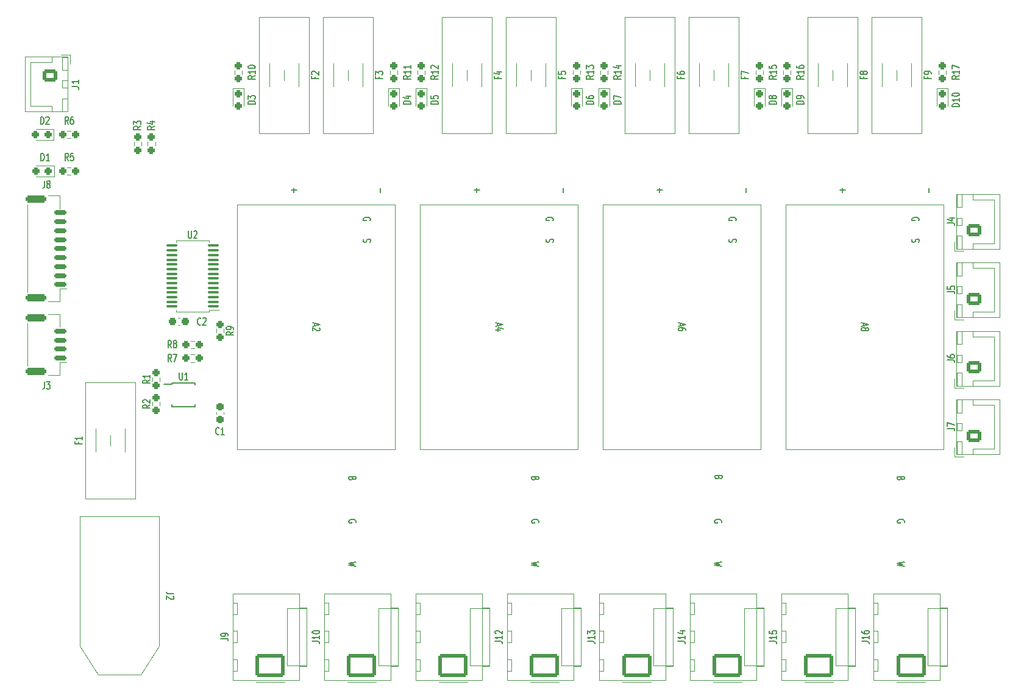
<source format=gto>
G04 #@! TF.GenerationSoftware,KiCad,Pcbnew,6.0.6-3a73a75311~116~ubuntu22.04.1*
G04 #@! TF.CreationDate,2022-09-02T17:28:33-07:00*
G04 #@! TF.ProjectId,thrusterV3,74687275-7374-4657-9256-332e6b696361,rev?*
G04 #@! TF.SameCoordinates,Original*
G04 #@! TF.FileFunction,Legend,Top*
G04 #@! TF.FilePolarity,Positive*
%FSLAX46Y46*%
G04 Gerber Fmt 4.6, Leading zero omitted, Abs format (unit mm)*
G04 Created by KiCad (PCBNEW 6.0.6-3a73a75311~116~ubuntu22.04.1) date 2022-09-02 17:28:33*
%MOMM*%
%LPD*%
G01*
G04 APERTURE LIST*
G04 Aperture macros list*
%AMRoundRect*
0 Rectangle with rounded corners*
0 $1 Rounding radius*
0 $2 $3 $4 $5 $6 $7 $8 $9 X,Y pos of 4 corners*
0 Add a 4 corners polygon primitive as box body*
4,1,4,$2,$3,$4,$5,$6,$7,$8,$9,$2,$3,0*
0 Add four circle primitives for the rounded corners*
1,1,$1+$1,$2,$3*
1,1,$1+$1,$4,$5*
1,1,$1+$1,$6,$7*
1,1,$1+$1,$8,$9*
0 Add four rect primitives between the rounded corners*
20,1,$1+$1,$2,$3,$4,$5,0*
20,1,$1+$1,$4,$5,$6,$7,0*
20,1,$1+$1,$6,$7,$8,$9,0*
20,1,$1+$1,$8,$9,$2,$3,0*%
G04 Aperture macros list end*
%ADD10C,0.152400*%
%ADD11C,0.150000*%
%ADD12C,0.120000*%
%ADD13RoundRect,0.100000X0.637500X0.100000X-0.637500X0.100000X-0.637500X-0.100000X0.637500X-0.100000X0*%
%ADD14RoundRect,0.250000X1.800000X-1.330000X1.800000X1.330000X-1.800000X1.330000X-1.800000X-1.330000X0*%
%ADD15O,4.100000X3.160000*%
%ADD16C,5.080000*%
%ADD17C,2.070000*%
%ADD18RoundRect,0.250000X-0.750000X0.600000X-0.750000X-0.600000X0.750000X-0.600000X0.750000X0.600000X0*%
%ADD19O,2.000000X1.700000*%
%ADD20C,2.780000*%
%ADD21RoundRect,0.237500X-0.237500X0.250000X-0.237500X-0.250000X0.237500X-0.250000X0.237500X0.250000X0*%
%ADD22RoundRect,0.237500X0.250000X0.237500X-0.250000X0.237500X-0.250000X-0.237500X0.250000X-0.237500X0*%
%ADD23RoundRect,0.250000X0.750000X-0.600000X0.750000X0.600000X-0.750000X0.600000X-0.750000X-0.600000X0*%
%ADD24RoundRect,0.237500X-0.250000X-0.237500X0.250000X-0.237500X0.250000X0.237500X-0.250000X0.237500X0*%
%ADD25RoundRect,0.237500X-0.300000X-0.237500X0.300000X-0.237500X0.300000X0.237500X-0.300000X0.237500X0*%
%ADD26C,3.200000*%
%ADD27RoundRect,0.150000X0.700000X-0.150000X0.700000X0.150000X-0.700000X0.150000X-0.700000X-0.150000X0*%
%ADD28RoundRect,0.250000X1.150000X-0.250000X1.150000X0.250000X-1.150000X0.250000X-1.150000X-0.250000X0*%
%ADD29RoundRect,0.237500X0.287500X0.237500X-0.287500X0.237500X-0.287500X-0.237500X0.287500X-0.237500X0*%
%ADD30C,9.900000*%
%ADD31RoundRect,0.237500X0.237500X-0.250000X0.237500X0.250000X-0.237500X0.250000X-0.237500X-0.250000X0*%
%ADD32RoundRect,0.237500X-0.237500X0.287500X-0.237500X-0.287500X0.237500X-0.287500X0.237500X0.287500X0*%
%ADD33RoundRect,0.237500X-0.237500X0.300000X-0.237500X-0.300000X0.237500X-0.300000X0.237500X0.300000X0*%
%ADD34R,1.100000X0.250000*%
G04 APERTURE END LIST*
D10*
X83874428Y-82628619D02*
X83874428Y-83451095D01*
X83910714Y-83547857D01*
X83947000Y-83596238D01*
X84019571Y-83644619D01*
X84164714Y-83644619D01*
X84237285Y-83596238D01*
X84273571Y-83547857D01*
X84309857Y-83451095D01*
X84309857Y-82628619D01*
X84636428Y-82725380D02*
X84672714Y-82677000D01*
X84745285Y-82628619D01*
X84926714Y-82628619D01*
X84999285Y-82677000D01*
X85035571Y-82725380D01*
X85071857Y-82822142D01*
X85071857Y-82918904D01*
X85035571Y-83064047D01*
X84600142Y-83644619D01*
X85071857Y-83644619D01*
X177388619Y-139681857D02*
X178114333Y-139681857D01*
X178259476Y-139718142D01*
X178356238Y-139790714D01*
X178404619Y-139899571D01*
X178404619Y-139972142D01*
X178404619Y-138919857D02*
X178404619Y-139355285D01*
X178404619Y-139137571D02*
X177388619Y-139137571D01*
X177533761Y-139210142D01*
X177630523Y-139282714D01*
X177678904Y-139355285D01*
X177388619Y-138266714D02*
X177388619Y-138411857D01*
X177437000Y-138484428D01*
X177485380Y-138520714D01*
X177630523Y-138593285D01*
X177824047Y-138629571D01*
X178211095Y-138629571D01*
X178307857Y-138593285D01*
X178356238Y-138557000D01*
X178404619Y-138484428D01*
X178404619Y-138339285D01*
X178356238Y-138266714D01*
X178307857Y-138230428D01*
X178211095Y-138194142D01*
X177969190Y-138194142D01*
X177872428Y-138230428D01*
X177824047Y-138266714D01*
X177775666Y-138339285D01*
X177775666Y-138484428D01*
X177824047Y-138557000D01*
X177872428Y-138593285D01*
X177969190Y-138629571D01*
X101430666Y-95420714D02*
X101430666Y-95783571D01*
X101140380Y-95348142D02*
X102156380Y-95602142D01*
X101140380Y-95856142D01*
X102059619Y-96073857D02*
X102108000Y-96110142D01*
X102156380Y-96182714D01*
X102156380Y-96364142D01*
X102108000Y-96436714D01*
X102059619Y-96473000D01*
X101962857Y-96509285D01*
X101866095Y-96509285D01*
X101720952Y-96473000D01*
X101140380Y-96037571D01*
X101140380Y-96509285D01*
X107156380Y-128638428D02*
X106140380Y-128819857D01*
X106866095Y-128965000D01*
X106140380Y-129110142D01*
X107156380Y-129291571D01*
X107108000Y-123164571D02*
X107156380Y-123092000D01*
X107156380Y-122983142D01*
X107108000Y-122874285D01*
X107011238Y-122801714D01*
X106914476Y-122765428D01*
X106720952Y-122729142D01*
X106575809Y-122729142D01*
X106382285Y-122765428D01*
X106285523Y-122801714D01*
X106188761Y-122874285D01*
X106140380Y-122983142D01*
X106140380Y-123055714D01*
X106188761Y-123164571D01*
X106237142Y-123200857D01*
X106575809Y-123200857D01*
X106575809Y-123055714D01*
X98527428Y-76674714D02*
X98527428Y-77255285D01*
X98140380Y-76965000D02*
X98914476Y-76965000D01*
X110527428Y-76674714D02*
X110527428Y-77255285D01*
X106672571Y-117019428D02*
X106624190Y-117128285D01*
X106575809Y-117164571D01*
X106479047Y-117200857D01*
X106333904Y-117200857D01*
X106237142Y-117164571D01*
X106188761Y-117128285D01*
X106140380Y-117055714D01*
X106140380Y-116765428D01*
X107156380Y-116765428D01*
X107156380Y-117019428D01*
X107108000Y-117092000D01*
X107059619Y-117128285D01*
X106962857Y-117164571D01*
X106866095Y-117164571D01*
X106769333Y-117128285D01*
X106720952Y-117092000D01*
X106672571Y-117019428D01*
X106672571Y-116765428D01*
X109108000Y-81164571D02*
X109156380Y-81092000D01*
X109156380Y-80983142D01*
X109108000Y-80874285D01*
X109011238Y-80801714D01*
X108914476Y-80765428D01*
X108720952Y-80729142D01*
X108575809Y-80729142D01*
X108382285Y-80765428D01*
X108285523Y-80801714D01*
X108188761Y-80874285D01*
X108140380Y-80983142D01*
X108140380Y-81055714D01*
X108188761Y-81164571D01*
X108237142Y-81200857D01*
X108575809Y-81200857D01*
X108575809Y-81055714D01*
X108188761Y-83747285D02*
X108140380Y-83856142D01*
X108140380Y-84037571D01*
X108188761Y-84110142D01*
X108237142Y-84146428D01*
X108333904Y-84182714D01*
X108430666Y-84182714D01*
X108527428Y-84146428D01*
X108575809Y-84110142D01*
X108624190Y-84037571D01*
X108672571Y-83892428D01*
X108720952Y-83819857D01*
X108769333Y-83783571D01*
X108866095Y-83747285D01*
X108962857Y-83747285D01*
X109059619Y-83783571D01*
X109108000Y-83819857D01*
X109156380Y-83892428D01*
X109156380Y-84073857D01*
X109108000Y-84182714D01*
D11*
X67662380Y-62563333D02*
X68376666Y-62563333D01*
X68519523Y-62610952D01*
X68614761Y-62706190D01*
X68662380Y-62849047D01*
X68662380Y-62944285D01*
X68662380Y-61563333D02*
X68662380Y-62134761D01*
X68662380Y-61849047D02*
X67662380Y-61849047D01*
X67805238Y-61944285D01*
X67900476Y-62039523D01*
X67948095Y-62134761D01*
D10*
X177652428Y-61214000D02*
X177652428Y-61468000D01*
X178184619Y-61468000D02*
X177168619Y-61468000D01*
X177168619Y-61105142D01*
X177604047Y-60706000D02*
X177555666Y-60778571D01*
X177507285Y-60814857D01*
X177410523Y-60851142D01*
X177362142Y-60851142D01*
X177265380Y-60814857D01*
X177217000Y-60778571D01*
X177168619Y-60706000D01*
X177168619Y-60560857D01*
X177217000Y-60488285D01*
X177265380Y-60452000D01*
X177362142Y-60415714D01*
X177410523Y-60415714D01*
X177507285Y-60452000D01*
X177555666Y-60488285D01*
X177604047Y-60560857D01*
X177604047Y-60706000D01*
X177652428Y-60778571D01*
X177700809Y-60814857D01*
X177797571Y-60851142D01*
X177991095Y-60851142D01*
X178087857Y-60814857D01*
X178136238Y-60778571D01*
X178184619Y-60706000D01*
X178184619Y-60560857D01*
X178136238Y-60488285D01*
X178087857Y-60452000D01*
X177991095Y-60415714D01*
X177797571Y-60415714D01*
X177700809Y-60452000D01*
X177652428Y-60488285D01*
X177604047Y-60560857D01*
X140159619Y-61052357D02*
X139675809Y-61306357D01*
X140159619Y-61487785D02*
X139143619Y-61487785D01*
X139143619Y-61197500D01*
X139192000Y-61124928D01*
X139240380Y-61088642D01*
X139337142Y-61052357D01*
X139482285Y-61052357D01*
X139579047Y-61088642D01*
X139627428Y-61124928D01*
X139675809Y-61197500D01*
X139675809Y-61487785D01*
X140159619Y-60326642D02*
X140159619Y-60762071D01*
X140159619Y-60544357D02*
X139143619Y-60544357D01*
X139288761Y-60616928D01*
X139385523Y-60689500D01*
X139433904Y-60762071D01*
X139143619Y-60072642D02*
X139143619Y-59600928D01*
X139530666Y-59854928D01*
X139530666Y-59746071D01*
X139579047Y-59673500D01*
X139627428Y-59637214D01*
X139724190Y-59600928D01*
X139966095Y-59600928D01*
X140062857Y-59637214D01*
X140111238Y-59673500D01*
X140159619Y-59746071D01*
X140159619Y-59963785D01*
X140111238Y-60036357D01*
X140062857Y-60072642D01*
X101083619Y-139681857D02*
X101809333Y-139681857D01*
X101954476Y-139718142D01*
X102051238Y-139790714D01*
X102099619Y-139899571D01*
X102099619Y-139972142D01*
X102099619Y-138919857D02*
X102099619Y-139355285D01*
X102099619Y-139137571D02*
X101083619Y-139137571D01*
X101228761Y-139210142D01*
X101325523Y-139282714D01*
X101373904Y-139355285D01*
X101083619Y-138448142D02*
X101083619Y-138375571D01*
X101132000Y-138303000D01*
X101180380Y-138266714D01*
X101277142Y-138230428D01*
X101470666Y-138194142D01*
X101712571Y-138194142D01*
X101906095Y-138230428D01*
X102002857Y-138266714D01*
X102051238Y-138303000D01*
X102099619Y-138375571D01*
X102099619Y-138448142D01*
X102051238Y-138520714D01*
X102002857Y-138557000D01*
X101906095Y-138593285D01*
X101712571Y-138629571D01*
X101470666Y-138629571D01*
X101277142Y-138593285D01*
X101180380Y-138557000D01*
X101132000Y-138520714D01*
X101083619Y-138448142D01*
X164583619Y-139681857D02*
X165309333Y-139681857D01*
X165454476Y-139718142D01*
X165551238Y-139790714D01*
X165599619Y-139899571D01*
X165599619Y-139972142D01*
X165599619Y-138919857D02*
X165599619Y-139355285D01*
X165599619Y-139137571D02*
X164583619Y-139137571D01*
X164728761Y-139210142D01*
X164825523Y-139282714D01*
X164873904Y-139355285D01*
X164583619Y-138230428D02*
X164583619Y-138593285D01*
X165067428Y-138629571D01*
X165019047Y-138593285D01*
X164970666Y-138520714D01*
X164970666Y-138339285D01*
X165019047Y-138266714D01*
X165067428Y-138230428D01*
X165164190Y-138194142D01*
X165406095Y-138194142D01*
X165502857Y-138230428D01*
X165551238Y-138266714D01*
X165599619Y-138339285D01*
X165599619Y-138520714D01*
X165551238Y-138593285D01*
X165502857Y-138629571D01*
X165559619Y-61052357D02*
X165075809Y-61306357D01*
X165559619Y-61487785D02*
X164543619Y-61487785D01*
X164543619Y-61197500D01*
X164592000Y-61124928D01*
X164640380Y-61088642D01*
X164737142Y-61052357D01*
X164882285Y-61052357D01*
X164979047Y-61088642D01*
X165027428Y-61124928D01*
X165075809Y-61197500D01*
X165075809Y-61487785D01*
X165559619Y-60326642D02*
X165559619Y-60762071D01*
X165559619Y-60544357D02*
X164543619Y-60544357D01*
X164688761Y-60616928D01*
X164785523Y-60689500D01*
X164833904Y-60762071D01*
X164543619Y-59637214D02*
X164543619Y-60000071D01*
X165027428Y-60036357D01*
X164979047Y-60000071D01*
X164930666Y-59927500D01*
X164930666Y-59746071D01*
X164979047Y-59673500D01*
X165027428Y-59637214D01*
X165124190Y-59600928D01*
X165366095Y-59600928D01*
X165462857Y-59637214D01*
X165511238Y-59673500D01*
X165559619Y-59746071D01*
X165559619Y-59927500D01*
X165511238Y-60000071D01*
X165462857Y-60036357D01*
X93169619Y-61052357D02*
X92685809Y-61306357D01*
X93169619Y-61487785D02*
X92153619Y-61487785D01*
X92153619Y-61197500D01*
X92202000Y-61124928D01*
X92250380Y-61088642D01*
X92347142Y-61052357D01*
X92492285Y-61052357D01*
X92589047Y-61088642D01*
X92637428Y-61124928D01*
X92685809Y-61197500D01*
X92685809Y-61487785D01*
X93169619Y-60326642D02*
X93169619Y-60762071D01*
X93169619Y-60544357D02*
X92153619Y-60544357D01*
X92298761Y-60616928D01*
X92395523Y-60689500D01*
X92443904Y-60762071D01*
X92153619Y-59854928D02*
X92153619Y-59782357D01*
X92202000Y-59709785D01*
X92250380Y-59673500D01*
X92347142Y-59637214D01*
X92540666Y-59600928D01*
X92782571Y-59600928D01*
X92976095Y-59637214D01*
X93072857Y-59673500D01*
X93121238Y-59709785D01*
X93169619Y-59782357D01*
X93169619Y-59854928D01*
X93121238Y-59927500D01*
X93072857Y-59963785D01*
X92976095Y-60000071D01*
X92782571Y-60036357D01*
X92540666Y-60036357D01*
X92347142Y-60000071D01*
X92250380Y-59963785D01*
X92202000Y-59927500D01*
X92153619Y-59854928D01*
X81510500Y-100789619D02*
X81256500Y-100305809D01*
X81075071Y-100789619D02*
X81075071Y-99773619D01*
X81365357Y-99773619D01*
X81437928Y-99822000D01*
X81474214Y-99870380D01*
X81510500Y-99967142D01*
X81510500Y-100112285D01*
X81474214Y-100209047D01*
X81437928Y-100257428D01*
X81365357Y-100305809D01*
X81075071Y-100305809D01*
X81764500Y-99773619D02*
X82272500Y-99773619D01*
X81945928Y-100789619D01*
X77294619Y-68072000D02*
X76810809Y-68326000D01*
X77294619Y-68507428D02*
X76278619Y-68507428D01*
X76278619Y-68217142D01*
X76327000Y-68144571D01*
X76375380Y-68108285D01*
X76472142Y-68072000D01*
X76617285Y-68072000D01*
X76714047Y-68108285D01*
X76762428Y-68144571D01*
X76810809Y-68217142D01*
X76810809Y-68507428D01*
X76278619Y-67818000D02*
X76278619Y-67346285D01*
X76665666Y-67600285D01*
X76665666Y-67491428D01*
X76714047Y-67418857D01*
X76762428Y-67382571D01*
X76859190Y-67346285D01*
X77101095Y-67346285D01*
X77197857Y-67382571D01*
X77246238Y-67418857D01*
X77294619Y-67491428D01*
X77294619Y-67709142D01*
X77246238Y-67781714D01*
X77197857Y-67818000D01*
X189308619Y-81534000D02*
X190034333Y-81534000D01*
X190179476Y-81570285D01*
X190276238Y-81642857D01*
X190324619Y-81751714D01*
X190324619Y-81824285D01*
X189647285Y-80844571D02*
X190324619Y-80844571D01*
X189260238Y-81026000D02*
X189985952Y-81207428D01*
X189985952Y-80735714D01*
X88383619Y-139319000D02*
X89109333Y-139319000D01*
X89254476Y-139355285D01*
X89351238Y-139427857D01*
X89399619Y-139536714D01*
X89399619Y-139609285D01*
X89399619Y-138919857D02*
X89399619Y-138774714D01*
X89351238Y-138702142D01*
X89302857Y-138665857D01*
X89157714Y-138593285D01*
X88964190Y-138557000D01*
X88577142Y-138557000D01*
X88480380Y-138593285D01*
X88432000Y-138629571D01*
X88383619Y-138702142D01*
X88383619Y-138847285D01*
X88432000Y-138919857D01*
X88480380Y-138956142D01*
X88577142Y-138992428D01*
X88819047Y-138992428D01*
X88915809Y-138956142D01*
X88964190Y-138919857D01*
X89012571Y-138847285D01*
X89012571Y-138702142D01*
X88964190Y-138629571D01*
X88915809Y-138593285D01*
X88819047Y-138557000D01*
X67183000Y-72849619D02*
X66929000Y-72365809D01*
X66747571Y-72849619D02*
X66747571Y-71833619D01*
X67037857Y-71833619D01*
X67110428Y-71882000D01*
X67146714Y-71930380D01*
X67183000Y-72027142D01*
X67183000Y-72172285D01*
X67146714Y-72269047D01*
X67110428Y-72317428D01*
X67037857Y-72365809D01*
X66747571Y-72365809D01*
X67872428Y-71833619D02*
X67509571Y-71833619D01*
X67473285Y-72317428D01*
X67509571Y-72269047D01*
X67582142Y-72220666D01*
X67763571Y-72220666D01*
X67836142Y-72269047D01*
X67872428Y-72317428D01*
X67908714Y-72414190D01*
X67908714Y-72656095D01*
X67872428Y-72752857D01*
X67836142Y-72801238D01*
X67763571Y-72849619D01*
X67582142Y-72849619D01*
X67509571Y-72801238D01*
X67473285Y-72752857D01*
X85598000Y-95612857D02*
X85561714Y-95661238D01*
X85452857Y-95709619D01*
X85380285Y-95709619D01*
X85271428Y-95661238D01*
X85198857Y-95564476D01*
X85162571Y-95467714D01*
X85126285Y-95274190D01*
X85126285Y-95129047D01*
X85162571Y-94935523D01*
X85198857Y-94838761D01*
X85271428Y-94742000D01*
X85380285Y-94693619D01*
X85452857Y-94693619D01*
X85561714Y-94742000D01*
X85598000Y-94790380D01*
X85888285Y-94790380D02*
X85924571Y-94742000D01*
X85997142Y-94693619D01*
X86178571Y-94693619D01*
X86251142Y-94742000D01*
X86287428Y-94790380D01*
X86323714Y-94887142D01*
X86323714Y-94983904D01*
X86287428Y-95129047D01*
X85852000Y-95709619D01*
X86323714Y-95709619D01*
X186542428Y-61214000D02*
X186542428Y-61468000D01*
X187074619Y-61468000D02*
X186058619Y-61468000D01*
X186058619Y-61105142D01*
X187074619Y-60778571D02*
X187074619Y-60633428D01*
X187026238Y-60560857D01*
X186977857Y-60524571D01*
X186832714Y-60452000D01*
X186639190Y-60415714D01*
X186252142Y-60415714D01*
X186155380Y-60452000D01*
X186107000Y-60488285D01*
X186058619Y-60560857D01*
X186058619Y-60706000D01*
X186107000Y-60778571D01*
X186155380Y-60814857D01*
X186252142Y-60851142D01*
X186494047Y-60851142D01*
X186590809Y-60814857D01*
X186639190Y-60778571D01*
X186687571Y-60706000D01*
X186687571Y-60560857D01*
X186639190Y-60488285D01*
X186590809Y-60452000D01*
X186494047Y-60415714D01*
X189308619Y-91059000D02*
X190034333Y-91059000D01*
X190179476Y-91095285D01*
X190276238Y-91167857D01*
X190324619Y-91276714D01*
X190324619Y-91349285D01*
X189308619Y-90333285D02*
X189308619Y-90696142D01*
X189792428Y-90732428D01*
X189744047Y-90696142D01*
X189695666Y-90623571D01*
X189695666Y-90442142D01*
X189744047Y-90369571D01*
X189792428Y-90333285D01*
X189889190Y-90297000D01*
X190131095Y-90297000D01*
X190227857Y-90333285D01*
X190276238Y-90369571D01*
X190324619Y-90442142D01*
X190324619Y-90623571D01*
X190276238Y-90696142D01*
X190227857Y-90732428D01*
X110342428Y-61214000D02*
X110342428Y-61468000D01*
X110874619Y-61468000D02*
X109858619Y-61468000D01*
X109858619Y-61105142D01*
X109858619Y-60887428D02*
X109858619Y-60415714D01*
X110245666Y-60669714D01*
X110245666Y-60560857D01*
X110294047Y-60488285D01*
X110342428Y-60452000D01*
X110439190Y-60415714D01*
X110681095Y-60415714D01*
X110777857Y-60452000D01*
X110826238Y-60488285D01*
X110874619Y-60560857D01*
X110874619Y-60778571D01*
X110826238Y-60851142D01*
X110777857Y-60887428D01*
X68582428Y-112014000D02*
X68582428Y-112268000D01*
X69114619Y-112268000D02*
X68098619Y-112268000D01*
X68098619Y-111905142D01*
X69114619Y-111215714D02*
X69114619Y-111651142D01*
X69114619Y-111433428D02*
X68098619Y-111433428D01*
X68243761Y-111506000D01*
X68340523Y-111578571D01*
X68388904Y-111651142D01*
X189308619Y-100584000D02*
X190034333Y-100584000D01*
X190179476Y-100620285D01*
X190276238Y-100692857D01*
X190324619Y-100801714D01*
X190324619Y-100874285D01*
X189308619Y-99894571D02*
X189308619Y-100039714D01*
X189357000Y-100112285D01*
X189405380Y-100148571D01*
X189550523Y-100221142D01*
X189744047Y-100257428D01*
X190131095Y-100257428D01*
X190227857Y-100221142D01*
X190276238Y-100184857D01*
X190324619Y-100112285D01*
X190324619Y-99967142D01*
X190276238Y-99894571D01*
X190227857Y-99858285D01*
X190131095Y-99822000D01*
X189889190Y-99822000D01*
X189792428Y-99858285D01*
X189744047Y-99894571D01*
X189695666Y-99967142D01*
X189695666Y-100112285D01*
X189744047Y-100184857D01*
X189792428Y-100221142D01*
X189889190Y-100257428D01*
X101452428Y-61214000D02*
X101452428Y-61468000D01*
X101984619Y-61468000D02*
X100968619Y-61468000D01*
X100968619Y-61105142D01*
X101065380Y-60851142D02*
X101017000Y-60814857D01*
X100968619Y-60742285D01*
X100968619Y-60560857D01*
X101017000Y-60488285D01*
X101065380Y-60452000D01*
X101162142Y-60415714D01*
X101258904Y-60415714D01*
X101404047Y-60452000D01*
X101984619Y-60887428D01*
X101984619Y-60415714D01*
X126852428Y-61214000D02*
X126852428Y-61468000D01*
X127384619Y-61468000D02*
X126368619Y-61468000D01*
X126368619Y-61105142D01*
X126707285Y-60488285D02*
X127384619Y-60488285D01*
X126320238Y-60669714D02*
X127045952Y-60851142D01*
X127045952Y-60379428D01*
X161142428Y-61214000D02*
X161142428Y-61468000D01*
X161674619Y-61468000D02*
X160658619Y-61468000D01*
X160658619Y-61105142D01*
X160658619Y-60887428D02*
X160658619Y-60379428D01*
X161674619Y-60706000D01*
X78564619Y-103354500D02*
X78080809Y-103608500D01*
X78564619Y-103789928D02*
X77548619Y-103789928D01*
X77548619Y-103499642D01*
X77597000Y-103427071D01*
X77645380Y-103390785D01*
X77742142Y-103354500D01*
X77887285Y-103354500D01*
X77984047Y-103390785D01*
X78032428Y-103427071D01*
X78080809Y-103499642D01*
X78080809Y-103789928D01*
X78564619Y-102628785D02*
X78564619Y-103064214D01*
X78564619Y-102846500D02*
X77548619Y-102846500D01*
X77693761Y-102919071D01*
X77790523Y-102991642D01*
X77838904Y-103064214D01*
X63881000Y-103583619D02*
X63881000Y-104309333D01*
X63844714Y-104454476D01*
X63772142Y-104551238D01*
X63663285Y-104599619D01*
X63590714Y-104599619D01*
X64171285Y-103583619D02*
X64643000Y-103583619D01*
X64389000Y-103970666D01*
X64497857Y-103970666D01*
X64570428Y-104019047D01*
X64606714Y-104067428D01*
X64643000Y-104164190D01*
X64643000Y-104406095D01*
X64606714Y-104502857D01*
X64570428Y-104551238D01*
X64497857Y-104599619D01*
X64280142Y-104599619D01*
X64207571Y-104551238D01*
X64171285Y-104502857D01*
X135742428Y-61214000D02*
X135742428Y-61468000D01*
X136274619Y-61468000D02*
X135258619Y-61468000D01*
X135258619Y-61105142D01*
X135258619Y-60452000D02*
X135258619Y-60814857D01*
X135742428Y-60851142D01*
X135694047Y-60814857D01*
X135645666Y-60742285D01*
X135645666Y-60560857D01*
X135694047Y-60488285D01*
X135742428Y-60452000D01*
X135839190Y-60415714D01*
X136081095Y-60415714D01*
X136177857Y-60452000D01*
X136226238Y-60488285D01*
X136274619Y-60560857D01*
X136274619Y-60742285D01*
X136226238Y-60814857D01*
X136177857Y-60851142D01*
X81510500Y-98884619D02*
X81256500Y-98400809D01*
X81075071Y-98884619D02*
X81075071Y-97868619D01*
X81365357Y-97868619D01*
X81437928Y-97917000D01*
X81474214Y-97965380D01*
X81510500Y-98062142D01*
X81510500Y-98207285D01*
X81474214Y-98304047D01*
X81437928Y-98352428D01*
X81365357Y-98400809D01*
X81075071Y-98400809D01*
X81945928Y-98304047D02*
X81873357Y-98255666D01*
X81837071Y-98207285D01*
X81800785Y-98110523D01*
X81800785Y-98062142D01*
X81837071Y-97965380D01*
X81873357Y-97917000D01*
X81945928Y-97868619D01*
X82091071Y-97868619D01*
X82163642Y-97917000D01*
X82199928Y-97965380D01*
X82236214Y-98062142D01*
X82236214Y-98110523D01*
X82199928Y-98207285D01*
X82163642Y-98255666D01*
X82091071Y-98304047D01*
X81945928Y-98304047D01*
X81873357Y-98352428D01*
X81837071Y-98400809D01*
X81800785Y-98497571D01*
X81800785Y-98691095D01*
X81837071Y-98787857D01*
X81873357Y-98836238D01*
X81945928Y-98884619D01*
X82091071Y-98884619D01*
X82163642Y-98836238D01*
X82199928Y-98787857D01*
X82236214Y-98691095D01*
X82236214Y-98497571D01*
X82199928Y-98400809D01*
X82163642Y-98352428D01*
X82091071Y-98304047D01*
X169369619Y-61052357D02*
X168885809Y-61306357D01*
X169369619Y-61487785D02*
X168353619Y-61487785D01*
X168353619Y-61197500D01*
X168402000Y-61124928D01*
X168450380Y-61088642D01*
X168547142Y-61052357D01*
X168692285Y-61052357D01*
X168789047Y-61088642D01*
X168837428Y-61124928D01*
X168885809Y-61197500D01*
X168885809Y-61487785D01*
X169369619Y-60326642D02*
X169369619Y-60762071D01*
X169369619Y-60544357D02*
X168353619Y-60544357D01*
X168498761Y-60616928D01*
X168595523Y-60689500D01*
X168643904Y-60762071D01*
X168353619Y-59673500D02*
X168353619Y-59818642D01*
X168402000Y-59891214D01*
X168450380Y-59927500D01*
X168595523Y-60000071D01*
X168789047Y-60036357D01*
X169176095Y-60036357D01*
X169272857Y-60000071D01*
X169321238Y-59963785D01*
X169369619Y-59891214D01*
X169369619Y-59746071D01*
X169321238Y-59673500D01*
X169272857Y-59637214D01*
X169176095Y-59600928D01*
X168934190Y-59600928D01*
X168837428Y-59637214D01*
X168789047Y-59673500D01*
X168740666Y-59746071D01*
X168740666Y-59891214D01*
X168789047Y-59963785D01*
X168837428Y-60000071D01*
X168934190Y-60036357D01*
X63405071Y-72849619D02*
X63405071Y-71833619D01*
X63586500Y-71833619D01*
X63695357Y-71882000D01*
X63767928Y-71978761D01*
X63804214Y-72075523D01*
X63840500Y-72269047D01*
X63840500Y-72414190D01*
X63804214Y-72607714D01*
X63767928Y-72704476D01*
X63695357Y-72801238D01*
X63586500Y-72849619D01*
X63405071Y-72849619D01*
X64566214Y-72849619D02*
X64130785Y-72849619D01*
X64348500Y-72849619D02*
X64348500Y-71833619D01*
X64275928Y-71978761D01*
X64203357Y-72075523D01*
X64130785Y-72123904D01*
X67183000Y-67769619D02*
X66929000Y-67285809D01*
X66747571Y-67769619D02*
X66747571Y-66753619D01*
X67037857Y-66753619D01*
X67110428Y-66802000D01*
X67146714Y-66850380D01*
X67183000Y-66947142D01*
X67183000Y-67092285D01*
X67146714Y-67189047D01*
X67110428Y-67237428D01*
X67037857Y-67285809D01*
X66747571Y-67285809D01*
X67836142Y-66753619D02*
X67691000Y-66753619D01*
X67618428Y-66802000D01*
X67582142Y-66850380D01*
X67509571Y-66995523D01*
X67473285Y-67189047D01*
X67473285Y-67576095D01*
X67509571Y-67672857D01*
X67545857Y-67721238D01*
X67618428Y-67769619D01*
X67763571Y-67769619D01*
X67836142Y-67721238D01*
X67872428Y-67672857D01*
X67908714Y-67576095D01*
X67908714Y-67334190D01*
X67872428Y-67237428D01*
X67836142Y-67189047D01*
X67763571Y-67140666D01*
X67618428Y-67140666D01*
X67545857Y-67189047D01*
X67509571Y-67237428D01*
X67473285Y-67334190D01*
X190959619Y-61052357D02*
X190475809Y-61306357D01*
X190959619Y-61487785D02*
X189943619Y-61487785D01*
X189943619Y-61197500D01*
X189992000Y-61124928D01*
X190040380Y-61088642D01*
X190137142Y-61052357D01*
X190282285Y-61052357D01*
X190379047Y-61088642D01*
X190427428Y-61124928D01*
X190475809Y-61197500D01*
X190475809Y-61487785D01*
X190959619Y-60326642D02*
X190959619Y-60762071D01*
X190959619Y-60544357D02*
X189943619Y-60544357D01*
X190088761Y-60616928D01*
X190185523Y-60689500D01*
X190233904Y-60762071D01*
X189943619Y-60072642D02*
X189943619Y-59564642D01*
X190959619Y-59891214D01*
X81851380Y-133096000D02*
X81125666Y-133096000D01*
X80980523Y-133059714D01*
X80883761Y-132987142D01*
X80835380Y-132878285D01*
X80835380Y-132805714D01*
X81754619Y-133422571D02*
X81803000Y-133458857D01*
X81851380Y-133531428D01*
X81851380Y-133712857D01*
X81803000Y-133785428D01*
X81754619Y-133821714D01*
X81657857Y-133858000D01*
X81561095Y-133858000D01*
X81415952Y-133821714D01*
X80835380Y-133386285D01*
X80835380Y-133858000D01*
X79199619Y-68072000D02*
X78715809Y-68326000D01*
X79199619Y-68507428D02*
X78183619Y-68507428D01*
X78183619Y-68217142D01*
X78232000Y-68144571D01*
X78280380Y-68108285D01*
X78377142Y-68072000D01*
X78522285Y-68072000D01*
X78619047Y-68108285D01*
X78667428Y-68144571D01*
X78715809Y-68217142D01*
X78715809Y-68507428D01*
X78522285Y-67418857D02*
X79199619Y-67418857D01*
X78135238Y-67600285D02*
X78860952Y-67781714D01*
X78860952Y-67310000D01*
X189308619Y-110109000D02*
X190034333Y-110109000D01*
X190179476Y-110145285D01*
X190276238Y-110217857D01*
X190324619Y-110326714D01*
X190324619Y-110399285D01*
X189308619Y-109818714D02*
X189308619Y-109310714D01*
X190324619Y-109637285D01*
X139288619Y-139681857D02*
X140014333Y-139681857D01*
X140159476Y-139718142D01*
X140256238Y-139790714D01*
X140304619Y-139899571D01*
X140304619Y-139972142D01*
X140304619Y-138919857D02*
X140304619Y-139355285D01*
X140304619Y-139137571D02*
X139288619Y-139137571D01*
X139433761Y-139210142D01*
X139530523Y-139282714D01*
X139578904Y-139355285D01*
X139288619Y-138665857D02*
X139288619Y-138194142D01*
X139675666Y-138448142D01*
X139675666Y-138339285D01*
X139724047Y-138266714D01*
X139772428Y-138230428D01*
X139869190Y-138194142D01*
X140111095Y-138194142D01*
X140207857Y-138230428D01*
X140256238Y-138266714D01*
X140304619Y-138339285D01*
X140304619Y-138557000D01*
X140256238Y-138629571D01*
X140207857Y-138665857D01*
X177635666Y-95420714D02*
X177635666Y-95783571D01*
X177345380Y-95348142D02*
X178361380Y-95602142D01*
X177345380Y-95856142D01*
X177925952Y-96219000D02*
X177974333Y-96146428D01*
X178022714Y-96110142D01*
X178119476Y-96073857D01*
X178167857Y-96073857D01*
X178264619Y-96110142D01*
X178313000Y-96146428D01*
X178361380Y-96219000D01*
X178361380Y-96364142D01*
X178313000Y-96436714D01*
X178264619Y-96473000D01*
X178167857Y-96509285D01*
X178119476Y-96509285D01*
X178022714Y-96473000D01*
X177974333Y-96436714D01*
X177925952Y-96364142D01*
X177925952Y-96219000D01*
X177877571Y-96146428D01*
X177829190Y-96110142D01*
X177732428Y-96073857D01*
X177538904Y-96073857D01*
X177442142Y-96110142D01*
X177393761Y-96146428D01*
X177345380Y-96219000D01*
X177345380Y-96364142D01*
X177393761Y-96436714D01*
X177442142Y-96473000D01*
X177538904Y-96509285D01*
X177732428Y-96509285D01*
X177829190Y-96473000D01*
X177877571Y-96436714D01*
X177925952Y-96364142D01*
X183361380Y-128638428D02*
X182345380Y-128819857D01*
X183071095Y-128965000D01*
X182345380Y-129110142D01*
X183361380Y-129291571D01*
X186732428Y-76674714D02*
X186732428Y-77255285D01*
X174732428Y-76674714D02*
X174732428Y-77255285D01*
X174345380Y-76965000D02*
X175119476Y-76965000D01*
X182877571Y-117019428D02*
X182829190Y-117128285D01*
X182780809Y-117164571D01*
X182684047Y-117200857D01*
X182538904Y-117200857D01*
X182442142Y-117164571D01*
X182393761Y-117128285D01*
X182345380Y-117055714D01*
X182345380Y-116765428D01*
X183361380Y-116765428D01*
X183361380Y-117019428D01*
X183313000Y-117092000D01*
X183264619Y-117128285D01*
X183167857Y-117164571D01*
X183071095Y-117164571D01*
X182974333Y-117128285D01*
X182925952Y-117092000D01*
X182877571Y-117019428D01*
X182877571Y-116765428D01*
X183313000Y-123164571D02*
X183361380Y-123092000D01*
X183361380Y-122983142D01*
X183313000Y-122874285D01*
X183216238Y-122801714D01*
X183119476Y-122765428D01*
X182925952Y-122729142D01*
X182780809Y-122729142D01*
X182587285Y-122765428D01*
X182490523Y-122801714D01*
X182393761Y-122874285D01*
X182345380Y-122983142D01*
X182345380Y-123055714D01*
X182393761Y-123164571D01*
X182442142Y-123200857D01*
X182780809Y-123200857D01*
X182780809Y-123055714D01*
X184393761Y-83747285D02*
X184345380Y-83856142D01*
X184345380Y-84037571D01*
X184393761Y-84110142D01*
X184442142Y-84146428D01*
X184538904Y-84182714D01*
X184635666Y-84182714D01*
X184732428Y-84146428D01*
X184780809Y-84110142D01*
X184829190Y-84037571D01*
X184877571Y-83892428D01*
X184925952Y-83819857D01*
X184974333Y-83783571D01*
X185071095Y-83747285D01*
X185167857Y-83747285D01*
X185264619Y-83783571D01*
X185313000Y-83819857D01*
X185361380Y-83892428D01*
X185361380Y-84073857D01*
X185313000Y-84182714D01*
X185313000Y-81164571D02*
X185361380Y-81092000D01*
X185361380Y-80983142D01*
X185313000Y-80874285D01*
X185216238Y-80801714D01*
X185119476Y-80765428D01*
X184925952Y-80729142D01*
X184780809Y-80729142D01*
X184587285Y-80765428D01*
X184490523Y-80801714D01*
X184393761Y-80874285D01*
X184345380Y-80983142D01*
X184345380Y-81055714D01*
X184393761Y-81164571D01*
X184442142Y-81200857D01*
X184780809Y-81200857D01*
X184780809Y-81055714D01*
X93169619Y-64972428D02*
X92153619Y-64972428D01*
X92153619Y-64791000D01*
X92202000Y-64682142D01*
X92298761Y-64609571D01*
X92395523Y-64573285D01*
X92589047Y-64537000D01*
X92734190Y-64537000D01*
X92927714Y-64573285D01*
X93024476Y-64609571D01*
X93121238Y-64682142D01*
X93169619Y-64791000D01*
X93169619Y-64972428D01*
X92153619Y-64283000D02*
X92153619Y-63811285D01*
X92540666Y-64065285D01*
X92540666Y-63956428D01*
X92589047Y-63883857D01*
X92637428Y-63847571D01*
X92734190Y-63811285D01*
X92976095Y-63811285D01*
X93072857Y-63847571D01*
X93121238Y-63883857D01*
X93169619Y-63956428D01*
X93169619Y-64174142D01*
X93121238Y-64246714D01*
X93072857Y-64283000D01*
X143969619Y-64972428D02*
X142953619Y-64972428D01*
X142953619Y-64791000D01*
X143002000Y-64682142D01*
X143098761Y-64609571D01*
X143195523Y-64573285D01*
X143389047Y-64537000D01*
X143534190Y-64537000D01*
X143727714Y-64573285D01*
X143824476Y-64609571D01*
X143921238Y-64682142D01*
X143969619Y-64791000D01*
X143969619Y-64972428D01*
X142953619Y-64283000D02*
X142953619Y-63775000D01*
X143969619Y-64101571D01*
X152252428Y-61214000D02*
X152252428Y-61468000D01*
X152784619Y-61468000D02*
X151768619Y-61468000D01*
X151768619Y-61105142D01*
X151768619Y-60488285D02*
X151768619Y-60633428D01*
X151817000Y-60706000D01*
X151865380Y-60742285D01*
X152010523Y-60814857D01*
X152204047Y-60851142D01*
X152591095Y-60851142D01*
X152687857Y-60814857D01*
X152736238Y-60778571D01*
X152784619Y-60706000D01*
X152784619Y-60560857D01*
X152736238Y-60488285D01*
X152687857Y-60452000D01*
X152591095Y-60415714D01*
X152349190Y-60415714D01*
X152252428Y-60452000D01*
X152204047Y-60488285D01*
X152155666Y-60560857D01*
X152155666Y-60706000D01*
X152204047Y-60778571D01*
X152252428Y-60814857D01*
X152349190Y-60851142D01*
X78564619Y-106807000D02*
X78080809Y-107061000D01*
X78564619Y-107242428D02*
X77548619Y-107242428D01*
X77548619Y-106952142D01*
X77597000Y-106879571D01*
X77645380Y-106843285D01*
X77742142Y-106807000D01*
X77887285Y-106807000D01*
X77984047Y-106843285D01*
X78032428Y-106879571D01*
X78080809Y-106952142D01*
X78080809Y-107242428D01*
X77645380Y-106516714D02*
X77597000Y-106480428D01*
X77548619Y-106407857D01*
X77548619Y-106226428D01*
X77597000Y-106153857D01*
X77645380Y-106117571D01*
X77742142Y-106081285D01*
X77838904Y-106081285D01*
X77984047Y-106117571D01*
X78564619Y-106553000D01*
X78564619Y-106081285D01*
X118569619Y-64972428D02*
X117553619Y-64972428D01*
X117553619Y-64791000D01*
X117602000Y-64682142D01*
X117698761Y-64609571D01*
X117795523Y-64573285D01*
X117989047Y-64537000D01*
X118134190Y-64537000D01*
X118327714Y-64573285D01*
X118424476Y-64609571D01*
X118521238Y-64682142D01*
X118569619Y-64791000D01*
X118569619Y-64972428D01*
X117553619Y-63847571D02*
X117553619Y-64210428D01*
X118037428Y-64246714D01*
X117989047Y-64210428D01*
X117940666Y-64137857D01*
X117940666Y-63956428D01*
X117989047Y-63883857D01*
X118037428Y-63847571D01*
X118134190Y-63811285D01*
X118376095Y-63811285D01*
X118472857Y-63847571D01*
X118521238Y-63883857D01*
X118569619Y-63956428D01*
X118569619Y-64137857D01*
X118521238Y-64210428D01*
X118472857Y-64246714D01*
X143969619Y-61052357D02*
X143485809Y-61306357D01*
X143969619Y-61487785D02*
X142953619Y-61487785D01*
X142953619Y-61197500D01*
X143002000Y-61124928D01*
X143050380Y-61088642D01*
X143147142Y-61052357D01*
X143292285Y-61052357D01*
X143389047Y-61088642D01*
X143437428Y-61124928D01*
X143485809Y-61197500D01*
X143485809Y-61487785D01*
X143969619Y-60326642D02*
X143969619Y-60762071D01*
X143969619Y-60544357D02*
X142953619Y-60544357D01*
X143098761Y-60616928D01*
X143195523Y-60689500D01*
X143243904Y-60762071D01*
X143292285Y-59673500D02*
X143969619Y-59673500D01*
X142905238Y-59854928D02*
X143630952Y-60036357D01*
X143630952Y-59564642D01*
X88138000Y-110852857D02*
X88101714Y-110901238D01*
X87992857Y-110949619D01*
X87920285Y-110949619D01*
X87811428Y-110901238D01*
X87738857Y-110804476D01*
X87702571Y-110707714D01*
X87666285Y-110514190D01*
X87666285Y-110369047D01*
X87702571Y-110175523D01*
X87738857Y-110078761D01*
X87811428Y-109982000D01*
X87920285Y-109933619D01*
X87992857Y-109933619D01*
X88101714Y-109982000D01*
X88138000Y-110030380D01*
X88863714Y-110949619D02*
X88428285Y-110949619D01*
X88646000Y-110949619D02*
X88646000Y-109933619D01*
X88573428Y-110078761D01*
X88500857Y-110175523D01*
X88428285Y-110223904D01*
X126483619Y-139681857D02*
X127209333Y-139681857D01*
X127354476Y-139718142D01*
X127451238Y-139790714D01*
X127499619Y-139899571D01*
X127499619Y-139972142D01*
X127499619Y-138919857D02*
X127499619Y-139355285D01*
X127499619Y-139137571D02*
X126483619Y-139137571D01*
X126628761Y-139210142D01*
X126725523Y-139282714D01*
X126773904Y-139355285D01*
X126580380Y-138629571D02*
X126532000Y-138593285D01*
X126483619Y-138520714D01*
X126483619Y-138339285D01*
X126532000Y-138266714D01*
X126580380Y-138230428D01*
X126677142Y-138194142D01*
X126773904Y-138194142D01*
X126919047Y-138230428D01*
X127499619Y-138665857D01*
X127499619Y-138194142D01*
X114759619Y-64972428D02*
X113743619Y-64972428D01*
X113743619Y-64791000D01*
X113792000Y-64682142D01*
X113888761Y-64609571D01*
X113985523Y-64573285D01*
X114179047Y-64537000D01*
X114324190Y-64537000D01*
X114517714Y-64573285D01*
X114614476Y-64609571D01*
X114711238Y-64682142D01*
X114759619Y-64791000D01*
X114759619Y-64972428D01*
X114082285Y-63883857D02*
X114759619Y-63883857D01*
X113695238Y-64065285D02*
X114420952Y-64246714D01*
X114420952Y-63775000D01*
X82604428Y-102303619D02*
X82604428Y-103126095D01*
X82640714Y-103222857D01*
X82677000Y-103271238D01*
X82749571Y-103319619D01*
X82894714Y-103319619D01*
X82967285Y-103271238D01*
X83003571Y-103222857D01*
X83039857Y-103126095D01*
X83039857Y-102303619D01*
X83801857Y-103319619D02*
X83366428Y-103319619D01*
X83584142Y-103319619D02*
X83584142Y-102303619D01*
X83511571Y-102448761D01*
X83439000Y-102545523D01*
X83366428Y-102593904D01*
X169369619Y-64972428D02*
X168353619Y-64972428D01*
X168353619Y-64791000D01*
X168402000Y-64682142D01*
X168498761Y-64609571D01*
X168595523Y-64573285D01*
X168789047Y-64537000D01*
X168934190Y-64537000D01*
X169127714Y-64573285D01*
X169224476Y-64609571D01*
X169321238Y-64682142D01*
X169369619Y-64791000D01*
X169369619Y-64972428D01*
X169369619Y-64174142D02*
X169369619Y-64029000D01*
X169321238Y-63956428D01*
X169272857Y-63920142D01*
X169127714Y-63847571D01*
X168934190Y-63811285D01*
X168547142Y-63811285D01*
X168450380Y-63847571D01*
X168402000Y-63883857D01*
X168353619Y-63956428D01*
X168353619Y-64101571D01*
X168402000Y-64174142D01*
X168450380Y-64210428D01*
X168547142Y-64246714D01*
X168789047Y-64246714D01*
X168885809Y-64210428D01*
X168934190Y-64174142D01*
X168982571Y-64101571D01*
X168982571Y-63956428D01*
X168934190Y-63883857D01*
X168885809Y-63847571D01*
X168789047Y-63811285D01*
X152230666Y-95420714D02*
X152230666Y-95783571D01*
X151940380Y-95348142D02*
X152956380Y-95602142D01*
X151940380Y-95856142D01*
X152956380Y-96436714D02*
X152956380Y-96291571D01*
X152908000Y-96219000D01*
X152859619Y-96182714D01*
X152714476Y-96110142D01*
X152520952Y-96073857D01*
X152133904Y-96073857D01*
X152037142Y-96110142D01*
X151988761Y-96146428D01*
X151940380Y-96219000D01*
X151940380Y-96364142D01*
X151988761Y-96436714D01*
X152037142Y-96473000D01*
X152133904Y-96509285D01*
X152375809Y-96509285D01*
X152472571Y-96473000D01*
X152520952Y-96436714D01*
X152569333Y-96364142D01*
X152569333Y-96219000D01*
X152520952Y-96146428D01*
X152472571Y-96110142D01*
X152375809Y-96073857D01*
X158988761Y-83747285D02*
X158940380Y-83856142D01*
X158940380Y-84037571D01*
X158988761Y-84110142D01*
X159037142Y-84146428D01*
X159133904Y-84182714D01*
X159230666Y-84182714D01*
X159327428Y-84146428D01*
X159375809Y-84110142D01*
X159424190Y-84037571D01*
X159472571Y-83892428D01*
X159520952Y-83819857D01*
X159569333Y-83783571D01*
X159666095Y-83747285D01*
X159762857Y-83747285D01*
X159859619Y-83783571D01*
X159908000Y-83819857D01*
X159956380Y-83892428D01*
X159956380Y-84073857D01*
X159908000Y-84182714D01*
X157956380Y-128638428D02*
X156940380Y-128819857D01*
X157666095Y-128965000D01*
X156940380Y-129110142D01*
X157956380Y-129291571D01*
X149327428Y-76674714D02*
X149327428Y-77255285D01*
X148940380Y-76965000D02*
X149714476Y-76965000D01*
X161327428Y-76674714D02*
X161327428Y-77255285D01*
X159908000Y-81164571D02*
X159956380Y-81092000D01*
X159956380Y-80983142D01*
X159908000Y-80874285D01*
X159811238Y-80801714D01*
X159714476Y-80765428D01*
X159520952Y-80729142D01*
X159375809Y-80729142D01*
X159182285Y-80765428D01*
X159085523Y-80801714D01*
X158988761Y-80874285D01*
X158940380Y-80983142D01*
X158940380Y-81055714D01*
X158988761Y-81164571D01*
X159037142Y-81200857D01*
X159375809Y-81200857D01*
X159375809Y-81055714D01*
X157552571Y-116894428D02*
X157504190Y-117003285D01*
X157455809Y-117039571D01*
X157359047Y-117075857D01*
X157213904Y-117075857D01*
X157117142Y-117039571D01*
X157068761Y-117003285D01*
X157020380Y-116930714D01*
X157020380Y-116640428D01*
X158036380Y-116640428D01*
X158036380Y-116894428D01*
X157988000Y-116967000D01*
X157939619Y-117003285D01*
X157842857Y-117039571D01*
X157746095Y-117039571D01*
X157649333Y-117003285D01*
X157600952Y-116967000D01*
X157552571Y-116894428D01*
X157552571Y-116640428D01*
X157908000Y-123164571D02*
X157956380Y-123092000D01*
X157956380Y-122983142D01*
X157908000Y-122874285D01*
X157811238Y-122801714D01*
X157714476Y-122765428D01*
X157520952Y-122729142D01*
X157375809Y-122729142D01*
X157182285Y-122765428D01*
X157085523Y-122801714D01*
X156988761Y-122874285D01*
X156940380Y-122983142D01*
X156940380Y-123055714D01*
X156988761Y-123164571D01*
X157037142Y-123200857D01*
X157375809Y-123200857D01*
X157375809Y-123055714D01*
X151883619Y-139681857D02*
X152609333Y-139681857D01*
X152754476Y-139718142D01*
X152851238Y-139790714D01*
X152899619Y-139899571D01*
X152899619Y-139972142D01*
X152899619Y-138919857D02*
X152899619Y-139355285D01*
X152899619Y-139137571D02*
X151883619Y-139137571D01*
X152028761Y-139210142D01*
X152125523Y-139282714D01*
X152173904Y-139355285D01*
X152222285Y-138266714D02*
X152899619Y-138266714D01*
X151835238Y-138448142D02*
X152560952Y-138629571D01*
X152560952Y-138157857D01*
X190959619Y-65335285D02*
X189943619Y-65335285D01*
X189943619Y-65153857D01*
X189992000Y-65045000D01*
X190088761Y-64972428D01*
X190185523Y-64936142D01*
X190379047Y-64899857D01*
X190524190Y-64899857D01*
X190717714Y-64936142D01*
X190814476Y-64972428D01*
X190911238Y-65045000D01*
X190959619Y-65153857D01*
X190959619Y-65335285D01*
X190959619Y-64174142D02*
X190959619Y-64609571D01*
X190959619Y-64391857D02*
X189943619Y-64391857D01*
X190088761Y-64464428D01*
X190185523Y-64537000D01*
X190233904Y-64609571D01*
X189943619Y-63702428D02*
X189943619Y-63629857D01*
X189992000Y-63557285D01*
X190040380Y-63521000D01*
X190137142Y-63484714D01*
X190330666Y-63448428D01*
X190572571Y-63448428D01*
X190766095Y-63484714D01*
X190862857Y-63521000D01*
X190911238Y-63557285D01*
X190959619Y-63629857D01*
X190959619Y-63702428D01*
X190911238Y-63775000D01*
X190862857Y-63811285D01*
X190766095Y-63847571D01*
X190572571Y-63883857D01*
X190330666Y-63883857D01*
X190137142Y-63847571D01*
X190040380Y-63811285D01*
X189992000Y-63775000D01*
X189943619Y-63702428D01*
X63367571Y-67769619D02*
X63367571Y-66753619D01*
X63549000Y-66753619D01*
X63657857Y-66802000D01*
X63730428Y-66898761D01*
X63766714Y-66995523D01*
X63803000Y-67189047D01*
X63803000Y-67334190D01*
X63766714Y-67527714D01*
X63730428Y-67624476D01*
X63657857Y-67721238D01*
X63549000Y-67769619D01*
X63367571Y-67769619D01*
X64093285Y-66850380D02*
X64129571Y-66802000D01*
X64202142Y-66753619D01*
X64383571Y-66753619D01*
X64456142Y-66802000D01*
X64492428Y-66850380D01*
X64528714Y-66947142D01*
X64528714Y-67043904D01*
X64492428Y-67189047D01*
X64057000Y-67769619D01*
X64528714Y-67769619D01*
X118569619Y-61052357D02*
X118085809Y-61306357D01*
X118569619Y-61487785D02*
X117553619Y-61487785D01*
X117553619Y-61197500D01*
X117602000Y-61124928D01*
X117650380Y-61088642D01*
X117747142Y-61052357D01*
X117892285Y-61052357D01*
X117989047Y-61088642D01*
X118037428Y-61124928D01*
X118085809Y-61197500D01*
X118085809Y-61487785D01*
X118569619Y-60326642D02*
X118569619Y-60762071D01*
X118569619Y-60544357D02*
X117553619Y-60544357D01*
X117698761Y-60616928D01*
X117795523Y-60689500D01*
X117843904Y-60762071D01*
X117650380Y-60036357D02*
X117602000Y-60000071D01*
X117553619Y-59927500D01*
X117553619Y-59746071D01*
X117602000Y-59673500D01*
X117650380Y-59637214D01*
X117747142Y-59600928D01*
X117843904Y-59600928D01*
X117989047Y-59637214D01*
X118569619Y-60072642D01*
X118569619Y-59600928D01*
X165559619Y-64972428D02*
X164543619Y-64972428D01*
X164543619Y-64791000D01*
X164592000Y-64682142D01*
X164688761Y-64609571D01*
X164785523Y-64573285D01*
X164979047Y-64537000D01*
X165124190Y-64537000D01*
X165317714Y-64573285D01*
X165414476Y-64609571D01*
X165511238Y-64682142D01*
X165559619Y-64791000D01*
X165559619Y-64972428D01*
X164979047Y-64101571D02*
X164930666Y-64174142D01*
X164882285Y-64210428D01*
X164785523Y-64246714D01*
X164737142Y-64246714D01*
X164640380Y-64210428D01*
X164592000Y-64174142D01*
X164543619Y-64101571D01*
X164543619Y-63956428D01*
X164592000Y-63883857D01*
X164640380Y-63847571D01*
X164737142Y-63811285D01*
X164785523Y-63811285D01*
X164882285Y-63847571D01*
X164930666Y-63883857D01*
X164979047Y-63956428D01*
X164979047Y-64101571D01*
X165027428Y-64174142D01*
X165075809Y-64210428D01*
X165172571Y-64246714D01*
X165366095Y-64246714D01*
X165462857Y-64210428D01*
X165511238Y-64174142D01*
X165559619Y-64101571D01*
X165559619Y-63956428D01*
X165511238Y-63883857D01*
X165462857Y-63847571D01*
X165366095Y-63811285D01*
X165172571Y-63811285D01*
X165075809Y-63847571D01*
X165027428Y-63883857D01*
X164979047Y-63956428D01*
X63881000Y-75643619D02*
X63881000Y-76369333D01*
X63844714Y-76514476D01*
X63772142Y-76611238D01*
X63663285Y-76659619D01*
X63590714Y-76659619D01*
X64352714Y-76079047D02*
X64280142Y-76030666D01*
X64243857Y-75982285D01*
X64207571Y-75885523D01*
X64207571Y-75837142D01*
X64243857Y-75740380D01*
X64280142Y-75692000D01*
X64352714Y-75643619D01*
X64497857Y-75643619D01*
X64570428Y-75692000D01*
X64606714Y-75740380D01*
X64643000Y-75837142D01*
X64643000Y-75885523D01*
X64606714Y-75982285D01*
X64570428Y-76030666D01*
X64497857Y-76079047D01*
X64352714Y-76079047D01*
X64280142Y-76127428D01*
X64243857Y-76175809D01*
X64207571Y-76272571D01*
X64207571Y-76466095D01*
X64243857Y-76562857D01*
X64280142Y-76611238D01*
X64352714Y-76659619D01*
X64497857Y-76659619D01*
X64570428Y-76611238D01*
X64606714Y-76562857D01*
X64643000Y-76466095D01*
X64643000Y-76272571D01*
X64606714Y-76175809D01*
X64570428Y-76127428D01*
X64497857Y-76079047D01*
X90154619Y-96647000D02*
X89670809Y-96901000D01*
X90154619Y-97082428D02*
X89138619Y-97082428D01*
X89138619Y-96792142D01*
X89187000Y-96719571D01*
X89235380Y-96683285D01*
X89332142Y-96647000D01*
X89477285Y-96647000D01*
X89574047Y-96683285D01*
X89622428Y-96719571D01*
X89670809Y-96792142D01*
X89670809Y-97082428D01*
X90154619Y-96284142D02*
X90154619Y-96139000D01*
X90106238Y-96066428D01*
X90057857Y-96030142D01*
X89912714Y-95957571D01*
X89719190Y-95921285D01*
X89332142Y-95921285D01*
X89235380Y-95957571D01*
X89187000Y-95993857D01*
X89138619Y-96066428D01*
X89138619Y-96211571D01*
X89187000Y-96284142D01*
X89235380Y-96320428D01*
X89332142Y-96356714D01*
X89574047Y-96356714D01*
X89670809Y-96320428D01*
X89719190Y-96284142D01*
X89767571Y-96211571D01*
X89767571Y-96066428D01*
X89719190Y-95993857D01*
X89670809Y-95957571D01*
X89574047Y-95921285D01*
X114759619Y-61052357D02*
X114275809Y-61306357D01*
X114759619Y-61487785D02*
X113743619Y-61487785D01*
X113743619Y-61197500D01*
X113792000Y-61124928D01*
X113840380Y-61088642D01*
X113937142Y-61052357D01*
X114082285Y-61052357D01*
X114179047Y-61088642D01*
X114227428Y-61124928D01*
X114275809Y-61197500D01*
X114275809Y-61487785D01*
X114759619Y-60326642D02*
X114759619Y-60762071D01*
X114759619Y-60544357D02*
X113743619Y-60544357D01*
X113888761Y-60616928D01*
X113985523Y-60689500D01*
X114033904Y-60762071D01*
X114759619Y-59600928D02*
X114759619Y-60036357D01*
X114759619Y-59818642D02*
X113743619Y-59818642D01*
X113888761Y-59891214D01*
X113985523Y-59963785D01*
X114033904Y-60036357D01*
X126830666Y-95420714D02*
X126830666Y-95783571D01*
X126540380Y-95348142D02*
X127556380Y-95602142D01*
X126540380Y-95856142D01*
X127217714Y-96436714D02*
X126540380Y-96436714D01*
X127604761Y-96255285D02*
X126879047Y-96073857D01*
X126879047Y-96545571D01*
X132508000Y-123164571D02*
X132556380Y-123092000D01*
X132556380Y-122983142D01*
X132508000Y-122874285D01*
X132411238Y-122801714D01*
X132314476Y-122765428D01*
X132120952Y-122729142D01*
X131975809Y-122729142D01*
X131782285Y-122765428D01*
X131685523Y-122801714D01*
X131588761Y-122874285D01*
X131540380Y-122983142D01*
X131540380Y-123055714D01*
X131588761Y-123164571D01*
X131637142Y-123200857D01*
X131975809Y-123200857D01*
X131975809Y-123055714D01*
X123927428Y-76674714D02*
X123927428Y-77255285D01*
X123540380Y-76965000D02*
X124314476Y-76965000D01*
X135927428Y-76674714D02*
X135927428Y-77255285D01*
X134508000Y-81164571D02*
X134556380Y-81092000D01*
X134556380Y-80983142D01*
X134508000Y-80874285D01*
X134411238Y-80801714D01*
X134314476Y-80765428D01*
X134120952Y-80729142D01*
X133975809Y-80729142D01*
X133782285Y-80765428D01*
X133685523Y-80801714D01*
X133588761Y-80874285D01*
X133540380Y-80983142D01*
X133540380Y-81055714D01*
X133588761Y-81164571D01*
X133637142Y-81200857D01*
X133975809Y-81200857D01*
X133975809Y-81055714D01*
X132556380Y-128638428D02*
X131540380Y-128819857D01*
X132266095Y-128965000D01*
X131540380Y-129110142D01*
X132556380Y-129291571D01*
X133588761Y-83747285D02*
X133540380Y-83856142D01*
X133540380Y-84037571D01*
X133588761Y-84110142D01*
X133637142Y-84146428D01*
X133733904Y-84182714D01*
X133830666Y-84182714D01*
X133927428Y-84146428D01*
X133975809Y-84110142D01*
X134024190Y-84037571D01*
X134072571Y-83892428D01*
X134120952Y-83819857D01*
X134169333Y-83783571D01*
X134266095Y-83747285D01*
X134362857Y-83747285D01*
X134459619Y-83783571D01*
X134508000Y-83819857D01*
X134556380Y-83892428D01*
X134556380Y-84073857D01*
X134508000Y-84182714D01*
X132072571Y-117019428D02*
X132024190Y-117128285D01*
X131975809Y-117164571D01*
X131879047Y-117200857D01*
X131733904Y-117200857D01*
X131637142Y-117164571D01*
X131588761Y-117128285D01*
X131540380Y-117055714D01*
X131540380Y-116765428D01*
X132556380Y-116765428D01*
X132556380Y-117019428D01*
X132508000Y-117092000D01*
X132459619Y-117128285D01*
X132362857Y-117164571D01*
X132266095Y-117164571D01*
X132169333Y-117128285D01*
X132120952Y-117092000D01*
X132072571Y-117019428D01*
X132072571Y-116765428D01*
X140159619Y-64972428D02*
X139143619Y-64972428D01*
X139143619Y-64791000D01*
X139192000Y-64682142D01*
X139288761Y-64609571D01*
X139385523Y-64573285D01*
X139579047Y-64537000D01*
X139724190Y-64537000D01*
X139917714Y-64573285D01*
X140014476Y-64609571D01*
X140111238Y-64682142D01*
X140159619Y-64791000D01*
X140159619Y-64972428D01*
X139143619Y-63883857D02*
X139143619Y-64029000D01*
X139192000Y-64101571D01*
X139240380Y-64137857D01*
X139385523Y-64210428D01*
X139579047Y-64246714D01*
X139966095Y-64246714D01*
X140062857Y-64210428D01*
X140111238Y-64174142D01*
X140159619Y-64101571D01*
X140159619Y-63956428D01*
X140111238Y-63883857D01*
X140062857Y-63847571D01*
X139966095Y-63811285D01*
X139724190Y-63811285D01*
X139627428Y-63847571D01*
X139579047Y-63883857D01*
X139530666Y-63956428D01*
X139530666Y-64101571D01*
X139579047Y-64174142D01*
X139627428Y-64210428D01*
X139724190Y-64246714D01*
D12*
X84455000Y-83940000D02*
X82145000Y-83940000D01*
X84455000Y-93860000D02*
X82145000Y-93860000D01*
X84455000Y-93860000D02*
X86765000Y-93860000D01*
X82145000Y-93860000D02*
X82145000Y-93585000D01*
X82145000Y-83940000D02*
X82145000Y-84215000D01*
X86765000Y-93585000D02*
X88055000Y-93585000D01*
X84455000Y-83940000D02*
X86765000Y-83940000D01*
X86765000Y-93860000D02*
X86765000Y-93585000D01*
X86765000Y-83940000D02*
X86765000Y-84215000D01*
X182255000Y-145335000D02*
X186255000Y-145335000D01*
X179035000Y-133085000D02*
X188260000Y-133085000D01*
X188260000Y-134990000D02*
X189265000Y-134990000D01*
X188260000Y-143140000D02*
X188260000Y-145045000D01*
X189265000Y-134990000D02*
X189265000Y-143140000D01*
X188265000Y-143025000D02*
X188265000Y-135105000D01*
X179635000Y-142225000D02*
X179035000Y-142225000D01*
X179035000Y-135905000D02*
X179635000Y-135905000D01*
X188260000Y-133085000D02*
X188260000Y-134990000D01*
X188265000Y-135105000D02*
X189265000Y-135105000D01*
X179635000Y-134305000D02*
X179035000Y-134305000D01*
X186595000Y-135105000D02*
X188265000Y-135105000D01*
X179635000Y-139865000D02*
X179635000Y-138265000D01*
X179635000Y-143825000D02*
X179635000Y-142225000D01*
X179635000Y-138265000D02*
X179035000Y-138265000D01*
X179035000Y-143825000D02*
X179635000Y-143825000D01*
X179035000Y-139865000D02*
X179635000Y-139865000D01*
X179035000Y-145045000D02*
X179035000Y-133085000D01*
X189265000Y-143140000D02*
X188260000Y-143140000D01*
X186595000Y-143025000D02*
X186595000Y-135105000D01*
X179635000Y-135905000D02*
X179635000Y-134305000D01*
X188260000Y-145045000D02*
X179035000Y-145045000D01*
X189265000Y-143025000D02*
X188265000Y-143025000D01*
X188265000Y-143025000D02*
X186595000Y-143025000D01*
X112600000Y-78965000D02*
X90600000Y-78965000D01*
X90600000Y-78965000D02*
X90600000Y-112965000D01*
X90600000Y-112965000D02*
X112600000Y-112965000D01*
X112600000Y-112965000D02*
X112600000Y-78965000D01*
X66360000Y-61730000D02*
X66360000Y-62730000D01*
X67110000Y-62730000D02*
X67110000Y-61730000D01*
X67410000Y-59380000D02*
X67410000Y-58130000D01*
X64860000Y-58430000D02*
X64860000Y-59180000D01*
X67110000Y-60230000D02*
X67110000Y-58430000D01*
X66360000Y-60230000D02*
X67110000Y-60230000D01*
X66360000Y-58430000D02*
X66360000Y-60230000D01*
X66360000Y-62730000D02*
X67110000Y-62730000D01*
X64860000Y-59180000D02*
X61910000Y-59180000D01*
X66360000Y-64230000D02*
X66360000Y-66030000D01*
X67410000Y-58130000D02*
X66160000Y-58130000D01*
X67120000Y-58420000D02*
X61150000Y-58420000D01*
X67120000Y-66040000D02*
X67120000Y-58420000D01*
X67110000Y-61730000D02*
X66360000Y-61730000D01*
X61150000Y-66040000D02*
X67120000Y-66040000D01*
X61910000Y-65280000D02*
X61910000Y-62230000D01*
X67110000Y-58430000D02*
X66360000Y-58430000D01*
X67110000Y-64230000D02*
X66360000Y-64230000D01*
X61910000Y-59180000D02*
X61910000Y-62230000D01*
X64860000Y-66030000D02*
X64860000Y-65280000D01*
X66360000Y-66030000D02*
X67110000Y-66030000D01*
X64860000Y-65280000D02*
X61910000Y-65280000D01*
X61150000Y-58420000D02*
X61150000Y-66040000D01*
X67110000Y-66030000D02*
X67110000Y-64230000D01*
X173355000Y-60210000D02*
X173355000Y-61710000D01*
X171355000Y-62560000D02*
X171355000Y-59360000D01*
X169885000Y-69060000D02*
X176825000Y-69060000D01*
X175355000Y-59360000D02*
X175355000Y-62560000D01*
X176825000Y-52860000D02*
X169885000Y-52860000D01*
X169885000Y-52860000D02*
X169885000Y-69060000D01*
X176825000Y-69060000D02*
X176825000Y-52860000D01*
X137272500Y-60307776D02*
X137272500Y-60817224D01*
X138317500Y-60307776D02*
X138317500Y-60817224D01*
X111955000Y-143140000D02*
X111955000Y-145045000D01*
X103330000Y-134305000D02*
X102730000Y-134305000D01*
X110290000Y-135105000D02*
X111960000Y-135105000D01*
X111960000Y-143025000D02*
X111960000Y-135105000D01*
X102730000Y-139865000D02*
X103330000Y-139865000D01*
X112960000Y-134990000D02*
X112960000Y-143140000D01*
X112960000Y-143140000D02*
X111955000Y-143140000D01*
X111960000Y-143025000D02*
X110290000Y-143025000D01*
X112960000Y-143025000D02*
X111960000Y-143025000D01*
X111955000Y-145045000D02*
X102730000Y-145045000D01*
X103330000Y-138265000D02*
X102730000Y-138265000D01*
X103330000Y-142225000D02*
X102730000Y-142225000D01*
X103330000Y-139865000D02*
X103330000Y-138265000D01*
X105950000Y-145335000D02*
X109950000Y-145335000D01*
X102730000Y-135905000D02*
X103330000Y-135905000D01*
X102730000Y-133085000D02*
X111955000Y-133085000D01*
X111955000Y-134990000D02*
X112960000Y-134990000D01*
X111955000Y-133085000D02*
X111955000Y-134990000D01*
X110290000Y-143025000D02*
X110290000Y-135105000D01*
X103330000Y-143825000D02*
X103330000Y-142225000D01*
X102730000Y-143825000D02*
X103330000Y-143825000D01*
X103330000Y-135905000D02*
X103330000Y-134305000D01*
X102730000Y-145045000D02*
X102730000Y-133085000D01*
X111960000Y-135105000D02*
X112960000Y-135105000D01*
X175460000Y-143025000D02*
X175460000Y-135105000D01*
X166830000Y-143825000D02*
X166830000Y-142225000D01*
X166830000Y-139865000D02*
X166830000Y-138265000D01*
X176460000Y-143025000D02*
X175460000Y-143025000D01*
X166230000Y-145045000D02*
X166230000Y-133085000D01*
X166230000Y-135905000D02*
X166830000Y-135905000D01*
X166230000Y-133085000D02*
X175455000Y-133085000D01*
X176460000Y-134990000D02*
X176460000Y-143140000D01*
X175455000Y-145045000D02*
X166230000Y-145045000D01*
X166230000Y-143825000D02*
X166830000Y-143825000D01*
X166830000Y-134305000D02*
X166230000Y-134305000D01*
X173790000Y-135105000D02*
X175460000Y-135105000D01*
X175455000Y-143140000D02*
X175455000Y-145045000D01*
X166230000Y-139865000D02*
X166830000Y-139865000D01*
X175460000Y-135105000D02*
X176460000Y-135105000D01*
X166830000Y-135905000D02*
X166830000Y-134305000D01*
X173790000Y-143025000D02*
X173790000Y-135105000D01*
X166830000Y-142225000D02*
X166230000Y-142225000D01*
X175455000Y-133085000D02*
X175455000Y-134990000D01*
X175455000Y-134990000D02*
X176460000Y-134990000D01*
X176460000Y-143140000D02*
X175455000Y-143140000D01*
X175460000Y-143025000D02*
X173790000Y-143025000D01*
X169450000Y-145335000D02*
X173450000Y-145335000D01*
X166830000Y-138265000D02*
X166230000Y-138265000D01*
X163717500Y-60307776D02*
X163717500Y-60817224D01*
X162672500Y-60307776D02*
X162672500Y-60817224D01*
X90282500Y-60307776D02*
X90282500Y-60817224D01*
X91327500Y-60307776D02*
X91327500Y-60817224D01*
X84709724Y-99807500D02*
X84200276Y-99807500D01*
X84709724Y-100852500D02*
X84200276Y-100852500D01*
X76312500Y-70230276D02*
X76312500Y-70739724D01*
X77357500Y-70230276D02*
X77357500Y-70739724D01*
X191340000Y-83300000D02*
X190590000Y-83300000D01*
X196550000Y-77490000D02*
X190580000Y-77490000D01*
X191340000Y-80800000D02*
X190590000Y-80800000D01*
X196550000Y-85110000D02*
X196550000Y-77490000D01*
X195790000Y-78250000D02*
X195790000Y-81300000D01*
X192840000Y-77500000D02*
X192840000Y-78250000D01*
X191340000Y-85100000D02*
X191340000Y-83300000D01*
X190590000Y-80800000D02*
X190590000Y-81800000D01*
X190580000Y-77490000D02*
X190580000Y-85110000D01*
X191340000Y-79300000D02*
X191340000Y-77500000D01*
X190590000Y-77500000D02*
X190590000Y-79300000D01*
X191340000Y-77500000D02*
X190590000Y-77500000D01*
X190580000Y-85110000D02*
X196550000Y-85110000D01*
X195790000Y-84350000D02*
X195790000Y-81300000D01*
X190590000Y-85100000D02*
X191340000Y-85100000D01*
X192840000Y-84350000D02*
X195790000Y-84350000D01*
X192840000Y-85100000D02*
X192840000Y-84350000D01*
X190590000Y-79300000D02*
X191340000Y-79300000D01*
X192840000Y-78250000D02*
X195790000Y-78250000D01*
X190290000Y-84150000D02*
X190290000Y-85400000D01*
X190290000Y-85400000D02*
X191540000Y-85400000D01*
X190590000Y-81800000D02*
X191340000Y-81800000D01*
X190590000Y-83300000D02*
X190590000Y-85100000D01*
X191340000Y-81800000D02*
X191340000Y-80800000D01*
X90630000Y-143825000D02*
X90630000Y-142225000D01*
X99255000Y-145045000D02*
X90030000Y-145045000D01*
X90630000Y-134305000D02*
X90030000Y-134305000D01*
X97590000Y-143025000D02*
X97590000Y-135105000D01*
X99255000Y-134990000D02*
X100260000Y-134990000D01*
X90030000Y-139865000D02*
X90630000Y-139865000D01*
X93250000Y-145335000D02*
X97250000Y-145335000D01*
X100260000Y-134990000D02*
X100260000Y-143140000D01*
X99260000Y-143025000D02*
X99260000Y-135105000D01*
X90630000Y-135905000D02*
X90630000Y-134305000D01*
X90030000Y-133085000D02*
X99255000Y-133085000D01*
X97590000Y-135105000D02*
X99260000Y-135105000D01*
X90630000Y-138265000D02*
X90030000Y-138265000D01*
X90630000Y-142225000D02*
X90030000Y-142225000D01*
X99255000Y-133085000D02*
X99255000Y-134990000D01*
X90030000Y-145045000D02*
X90030000Y-133085000D01*
X90630000Y-139865000D02*
X90630000Y-138265000D01*
X99260000Y-143025000D02*
X97590000Y-143025000D01*
X90030000Y-143825000D02*
X90630000Y-143825000D01*
X90030000Y-135905000D02*
X90630000Y-135905000D01*
X100260000Y-143025000D02*
X99260000Y-143025000D01*
X100260000Y-143140000D02*
X99255000Y-143140000D01*
X99260000Y-135105000D02*
X100260000Y-135105000D01*
X99255000Y-143140000D02*
X99255000Y-145045000D01*
X67055276Y-73772500D02*
X67564724Y-73772500D01*
X67055276Y-74817500D02*
X67564724Y-74817500D01*
X116030000Y-134305000D02*
X115430000Y-134305000D01*
X124655000Y-145045000D02*
X115430000Y-145045000D01*
X124660000Y-143025000D02*
X122990000Y-143025000D01*
X124660000Y-143025000D02*
X124660000Y-135105000D01*
X125660000Y-134990000D02*
X125660000Y-143140000D01*
X118650000Y-145335000D02*
X122650000Y-145335000D01*
X124655000Y-134990000D02*
X125660000Y-134990000D01*
X125660000Y-143025000D02*
X124660000Y-143025000D01*
X116030000Y-135905000D02*
X116030000Y-134305000D01*
X115430000Y-133085000D02*
X124655000Y-133085000D01*
X124660000Y-135105000D02*
X125660000Y-135105000D01*
X122990000Y-143025000D02*
X122990000Y-135105000D01*
X115430000Y-135905000D02*
X116030000Y-135905000D01*
X116030000Y-142225000D02*
X115430000Y-142225000D01*
X115430000Y-139865000D02*
X116030000Y-139865000D01*
X115430000Y-143825000D02*
X116030000Y-143825000D01*
X116030000Y-143825000D02*
X116030000Y-142225000D01*
X125660000Y-143140000D02*
X124655000Y-143140000D01*
X122990000Y-135105000D02*
X124660000Y-135105000D01*
X124655000Y-143140000D02*
X124655000Y-145045000D01*
X124655000Y-133085000D02*
X124655000Y-134990000D01*
X116030000Y-138265000D02*
X115430000Y-138265000D01*
X116030000Y-139865000D02*
X116030000Y-138265000D01*
X115430000Y-145045000D02*
X115430000Y-133085000D01*
X82403733Y-94740000D02*
X82696267Y-94740000D01*
X82403733Y-95760000D02*
X82696267Y-95760000D01*
X182245000Y-60210000D02*
X182245000Y-61710000D01*
X185715000Y-52860000D02*
X178775000Y-52860000D01*
X180245000Y-62560000D02*
X180245000Y-59360000D01*
X178775000Y-69060000D02*
X185715000Y-69060000D01*
X185715000Y-69060000D02*
X185715000Y-52860000D01*
X178775000Y-52860000D02*
X178775000Y-69060000D01*
X184245000Y-59360000D02*
X184245000Y-62560000D01*
X190590000Y-91325000D02*
X191340000Y-91325000D01*
X191340000Y-94625000D02*
X191340000Y-92825000D01*
X190290000Y-93675000D02*
X190290000Y-94925000D01*
X190590000Y-94625000D02*
X191340000Y-94625000D01*
X190580000Y-94635000D02*
X196550000Y-94635000D01*
X190580000Y-87015000D02*
X190580000Y-94635000D01*
X190590000Y-90325000D02*
X190590000Y-91325000D01*
X192840000Y-93875000D02*
X195790000Y-93875000D01*
X192840000Y-87775000D02*
X195790000Y-87775000D01*
X196550000Y-94635000D02*
X196550000Y-87015000D01*
X190590000Y-88825000D02*
X191340000Y-88825000D01*
X195790000Y-93875000D02*
X195790000Y-90825000D01*
X191340000Y-88825000D02*
X191340000Y-87025000D01*
X190290000Y-94925000D02*
X191540000Y-94925000D01*
X191340000Y-87025000D02*
X190590000Y-87025000D01*
X190590000Y-92825000D02*
X190590000Y-94625000D01*
X190590000Y-87025000D02*
X190590000Y-88825000D01*
X191340000Y-92825000D02*
X190590000Y-92825000D01*
X195790000Y-87775000D02*
X195790000Y-90825000D01*
X192840000Y-94625000D02*
X192840000Y-93875000D01*
X192840000Y-87025000D02*
X192840000Y-87775000D01*
X196550000Y-87015000D02*
X190580000Y-87015000D01*
X191340000Y-91325000D02*
X191340000Y-90325000D01*
X191340000Y-90325000D02*
X190590000Y-90325000D01*
X106045000Y-60210000D02*
X106045000Y-61710000D01*
X102575000Y-52860000D02*
X102575000Y-69060000D01*
X109515000Y-52860000D02*
X102575000Y-52860000D01*
X108045000Y-59360000D02*
X108045000Y-62560000D01*
X104045000Y-62560000D02*
X104045000Y-59360000D01*
X102575000Y-69060000D02*
X109515000Y-69060000D01*
X109515000Y-69060000D02*
X109515000Y-52860000D01*
X75025000Y-110160000D02*
X75025000Y-113360000D01*
X76495000Y-119860000D02*
X76495000Y-103660000D01*
X69555000Y-103660000D02*
X69555000Y-119860000D01*
X69555000Y-119860000D02*
X76495000Y-119860000D01*
X76495000Y-103660000D02*
X69555000Y-103660000D01*
X73025000Y-112510000D02*
X73025000Y-111010000D01*
X71025000Y-113360000D02*
X71025000Y-110160000D01*
X190590000Y-102350000D02*
X190590000Y-104150000D01*
X191340000Y-104150000D02*
X191340000Y-102350000D01*
X190590000Y-98350000D02*
X191340000Y-98350000D01*
X191340000Y-100850000D02*
X191340000Y-99850000D01*
X190290000Y-103200000D02*
X190290000Y-104450000D01*
X191340000Y-96550000D02*
X190590000Y-96550000D01*
X190590000Y-99850000D02*
X190590000Y-100850000D01*
X192840000Y-103400000D02*
X195790000Y-103400000D01*
X192840000Y-104150000D02*
X192840000Y-103400000D01*
X190580000Y-96540000D02*
X190580000Y-104160000D01*
X195790000Y-97300000D02*
X195790000Y-100350000D01*
X191340000Y-98350000D02*
X191340000Y-96550000D01*
X195790000Y-103400000D02*
X195790000Y-100350000D01*
X191340000Y-99850000D02*
X190590000Y-99850000D01*
X191340000Y-102350000D02*
X190590000Y-102350000D01*
X192840000Y-97300000D02*
X195790000Y-97300000D01*
X190590000Y-100850000D02*
X191340000Y-100850000D01*
X190590000Y-104150000D02*
X191340000Y-104150000D01*
X190590000Y-96550000D02*
X190590000Y-98350000D01*
X190290000Y-104450000D02*
X191540000Y-104450000D01*
X196550000Y-96540000D02*
X190580000Y-96540000D01*
X190580000Y-104160000D02*
X196550000Y-104160000D01*
X196550000Y-104160000D02*
X196550000Y-96540000D01*
X192840000Y-96550000D02*
X192840000Y-97300000D01*
X99155000Y-59360000D02*
X99155000Y-62560000D01*
X100625000Y-52860000D02*
X93685000Y-52860000D01*
X95155000Y-62560000D02*
X95155000Y-59360000D01*
X93685000Y-52860000D02*
X93685000Y-69060000D01*
X93685000Y-69060000D02*
X100625000Y-69060000D01*
X100625000Y-69060000D02*
X100625000Y-52860000D01*
X97155000Y-60210000D02*
X97155000Y-61710000D01*
X126025000Y-69060000D02*
X126025000Y-52860000D01*
X120555000Y-62560000D02*
X120555000Y-59360000D01*
X124555000Y-59360000D02*
X124555000Y-62560000D01*
X119085000Y-69060000D02*
X126025000Y-69060000D01*
X119085000Y-52860000D02*
X119085000Y-69060000D01*
X122555000Y-60210000D02*
X122555000Y-61710000D01*
X126025000Y-52860000D02*
X119085000Y-52860000D01*
X154845000Y-62560000D02*
X154845000Y-59360000D01*
X160315000Y-69060000D02*
X160315000Y-52860000D01*
X158845000Y-59360000D02*
X158845000Y-62560000D01*
X153375000Y-69060000D02*
X160315000Y-69060000D01*
X156845000Y-60210000D02*
X156845000Y-61710000D01*
X153375000Y-52860000D02*
X153375000Y-69060000D01*
X160315000Y-52860000D02*
X153375000Y-52860000D01*
X78852500Y-102972776D02*
X78852500Y-103482224D01*
X79897500Y-102972776D02*
X79897500Y-103482224D01*
X61525000Y-101390000D02*
X61525000Y-95460000D01*
X64395000Y-102660000D02*
X65995000Y-102660000D01*
X65995000Y-102660000D02*
X65995000Y-100860000D01*
X65995000Y-100860000D02*
X66935000Y-100860000D01*
X64395000Y-94190000D02*
X65995000Y-94190000D01*
X65995000Y-94190000D02*
X65995000Y-95990000D01*
X129445000Y-62560000D02*
X129445000Y-59360000D01*
X127975000Y-69060000D02*
X134915000Y-69060000D01*
X133445000Y-59360000D02*
X133445000Y-62560000D01*
X127975000Y-52860000D02*
X127975000Y-69060000D01*
X134915000Y-52860000D02*
X127975000Y-52860000D01*
X131445000Y-60210000D02*
X131445000Y-61710000D01*
X134915000Y-69060000D02*
X134915000Y-52860000D01*
X84709724Y-98947500D02*
X84200276Y-98947500D01*
X84709724Y-97902500D02*
X84200276Y-97902500D01*
X166482500Y-60307776D02*
X166482500Y-60817224D01*
X167527500Y-60307776D02*
X167527500Y-60817224D01*
X65197500Y-73560000D02*
X62737500Y-73560000D01*
X62737500Y-75030000D02*
X65197500Y-75030000D01*
X65197500Y-75030000D02*
X65197500Y-73560000D01*
X67055276Y-69737500D02*
X67564724Y-69737500D01*
X67055276Y-68692500D02*
X67564724Y-68692500D01*
X188072500Y-60307776D02*
X188072500Y-60817224D01*
X189117500Y-60307776D02*
X189117500Y-60817224D01*
X71295000Y-144350000D02*
X68795000Y-140350000D01*
X77295000Y-144350000D02*
X71295000Y-144350000D01*
X79795000Y-122350000D02*
X68795000Y-122350000D01*
X77295000Y-144350000D02*
X79795000Y-140350000D01*
X68795000Y-122350000D02*
X68795000Y-140350000D01*
X79795000Y-140350000D02*
X79795000Y-122350000D01*
X79262500Y-70739724D02*
X79262500Y-70230276D01*
X78217500Y-70739724D02*
X78217500Y-70230276D01*
X191340000Y-107875000D02*
X191340000Y-106075000D01*
X190590000Y-111875000D02*
X190590000Y-113675000D01*
X195790000Y-112925000D02*
X195790000Y-109875000D01*
X195790000Y-106825000D02*
X195790000Y-109875000D01*
X190590000Y-110375000D02*
X191340000Y-110375000D01*
X192840000Y-106825000D02*
X195790000Y-106825000D01*
X191340000Y-109375000D02*
X190590000Y-109375000D01*
X191340000Y-113675000D02*
X191340000Y-111875000D01*
X191340000Y-106075000D02*
X190590000Y-106075000D01*
X190590000Y-107875000D02*
X191340000Y-107875000D01*
X192840000Y-113675000D02*
X192840000Y-112925000D01*
X191340000Y-110375000D02*
X191340000Y-109375000D01*
X191340000Y-111875000D02*
X190590000Y-111875000D01*
X190590000Y-109375000D02*
X190590000Y-110375000D01*
X190590000Y-106075000D02*
X190590000Y-107875000D01*
X196550000Y-106065000D02*
X190580000Y-106065000D01*
X192840000Y-112925000D02*
X195790000Y-112925000D01*
X190580000Y-113685000D02*
X196550000Y-113685000D01*
X192840000Y-106075000D02*
X192840000Y-106825000D01*
X196550000Y-113685000D02*
X196550000Y-106065000D01*
X190590000Y-113675000D02*
X191340000Y-113675000D01*
X190290000Y-113975000D02*
X191540000Y-113975000D01*
X190580000Y-106065000D02*
X190580000Y-113685000D01*
X190290000Y-112725000D02*
X190290000Y-113975000D01*
X150165000Y-135105000D02*
X151165000Y-135105000D01*
X151165000Y-143140000D02*
X150160000Y-143140000D01*
X141535000Y-135905000D02*
X141535000Y-134305000D01*
X148495000Y-135105000D02*
X150165000Y-135105000D01*
X150165000Y-143025000D02*
X150165000Y-135105000D01*
X150160000Y-145045000D02*
X140935000Y-145045000D01*
X141535000Y-143825000D02*
X141535000Y-142225000D01*
X150160000Y-143140000D02*
X150160000Y-145045000D01*
X140935000Y-135905000D02*
X141535000Y-135905000D01*
X141535000Y-142225000D02*
X140935000Y-142225000D01*
X151165000Y-143025000D02*
X150165000Y-143025000D01*
X140935000Y-145045000D02*
X140935000Y-133085000D01*
X140935000Y-133085000D02*
X150160000Y-133085000D01*
X141535000Y-134305000D02*
X140935000Y-134305000D01*
X150160000Y-133085000D02*
X150160000Y-134990000D01*
X141535000Y-138265000D02*
X140935000Y-138265000D01*
X150160000Y-134990000D02*
X151165000Y-134990000D01*
X144155000Y-145335000D02*
X148155000Y-145335000D01*
X140935000Y-143825000D02*
X141535000Y-143825000D01*
X141535000Y-139865000D02*
X141535000Y-138265000D01*
X140935000Y-139865000D02*
X141535000Y-139865000D01*
X151165000Y-134990000D02*
X151165000Y-143140000D01*
X148495000Y-143025000D02*
X148495000Y-135105000D01*
X150165000Y-143025000D02*
X148495000Y-143025000D01*
X188805000Y-78965000D02*
X166805000Y-78965000D01*
X166805000Y-78965000D02*
X166805000Y-112965000D01*
X166805000Y-112965000D02*
X188805000Y-112965000D01*
X188805000Y-112965000D02*
X188805000Y-78965000D01*
X91540000Y-62750000D02*
X90070000Y-62750000D01*
X90070000Y-62750000D02*
X90070000Y-65210000D01*
X91540000Y-65210000D02*
X91540000Y-62750000D01*
X140870000Y-62750000D02*
X140870000Y-65210000D01*
X142340000Y-65210000D02*
X142340000Y-62750000D01*
X142340000Y-62750000D02*
X140870000Y-62750000D01*
X144485000Y-69060000D02*
X151425000Y-69060000D01*
X147955000Y-60210000D02*
X147955000Y-61710000D01*
X145955000Y-62560000D02*
X145955000Y-59360000D01*
X151425000Y-69060000D02*
X151425000Y-52860000D01*
X144485000Y-52860000D02*
X144485000Y-69060000D01*
X151425000Y-52860000D02*
X144485000Y-52860000D01*
X149955000Y-59360000D02*
X149955000Y-62560000D01*
X79897500Y-106425276D02*
X79897500Y-106934724D01*
X78852500Y-106425276D02*
X78852500Y-106934724D01*
X116940000Y-65210000D02*
X116940000Y-62750000D01*
X116940000Y-62750000D02*
X115470000Y-62750000D01*
X115470000Y-62750000D02*
X115470000Y-65210000D01*
X142127500Y-60307776D02*
X142127500Y-60817224D01*
X141082500Y-60307776D02*
X141082500Y-60817224D01*
X87755000Y-107803733D02*
X87755000Y-108096267D01*
X88775000Y-107803733D02*
X88775000Y-108096267D01*
X137355000Y-143140000D02*
X137355000Y-145045000D01*
X128130000Y-145045000D02*
X128130000Y-133085000D01*
X128730000Y-138265000D02*
X128130000Y-138265000D01*
X138360000Y-143025000D02*
X137360000Y-143025000D01*
X137360000Y-143025000D02*
X137360000Y-135105000D01*
X137360000Y-143025000D02*
X135690000Y-143025000D01*
X138360000Y-134990000D02*
X138360000Y-143140000D01*
X137355000Y-134990000D02*
X138360000Y-134990000D01*
X128130000Y-135905000D02*
X128730000Y-135905000D01*
X128730000Y-143825000D02*
X128730000Y-142225000D01*
X137355000Y-145045000D02*
X128130000Y-145045000D01*
X137360000Y-135105000D02*
X138360000Y-135105000D01*
X128730000Y-142225000D02*
X128130000Y-142225000D01*
X135690000Y-135105000D02*
X137360000Y-135105000D01*
X128730000Y-139865000D02*
X128730000Y-138265000D01*
X137355000Y-133085000D02*
X137355000Y-134990000D01*
X135690000Y-143025000D02*
X135690000Y-135105000D01*
X128130000Y-139865000D02*
X128730000Y-139865000D01*
X128730000Y-135905000D02*
X128730000Y-134305000D01*
X128130000Y-133085000D02*
X137355000Y-133085000D01*
X128130000Y-143825000D02*
X128730000Y-143825000D01*
X138360000Y-143140000D02*
X137355000Y-143140000D01*
X131350000Y-145335000D02*
X135350000Y-145335000D01*
X128730000Y-134305000D02*
X128130000Y-134305000D01*
X113130000Y-62750000D02*
X111660000Y-62750000D01*
X111660000Y-62750000D02*
X111660000Y-65210000D01*
X113130000Y-65210000D02*
X113130000Y-62750000D01*
D11*
X81560000Y-103960000D02*
X80485000Y-103960000D01*
X81560000Y-103785000D02*
X81560000Y-103960000D01*
X84810000Y-103785000D02*
X84810000Y-104060000D01*
X81560000Y-107035000D02*
X81560000Y-106760000D01*
X81560000Y-103785000D02*
X84810000Y-103785000D01*
X84810000Y-107035000D02*
X84810000Y-106760000D01*
X81560000Y-107035000D02*
X84810000Y-107035000D01*
D12*
X166270000Y-62750000D02*
X166270000Y-65210000D01*
X167740000Y-65210000D02*
X167740000Y-62750000D01*
X167740000Y-62750000D02*
X166270000Y-62750000D01*
X163400000Y-78965000D02*
X141400000Y-78965000D01*
X141400000Y-78965000D02*
X141400000Y-112965000D01*
X141400000Y-112965000D02*
X163400000Y-112965000D01*
X163400000Y-112965000D02*
X163400000Y-78965000D01*
X162760000Y-135105000D02*
X163760000Y-135105000D01*
X154130000Y-138265000D02*
X153530000Y-138265000D01*
X162760000Y-143025000D02*
X162760000Y-135105000D01*
X163760000Y-134990000D02*
X163760000Y-143140000D01*
X161090000Y-143025000D02*
X161090000Y-135105000D01*
X162755000Y-143140000D02*
X162755000Y-145045000D01*
X154130000Y-139865000D02*
X154130000Y-138265000D01*
X163760000Y-143140000D02*
X162755000Y-143140000D01*
X153530000Y-143825000D02*
X154130000Y-143825000D01*
X156750000Y-145335000D02*
X160750000Y-145335000D01*
X153530000Y-133085000D02*
X162755000Y-133085000D01*
X153530000Y-139865000D02*
X154130000Y-139865000D01*
X162755000Y-145045000D02*
X153530000Y-145045000D01*
X154130000Y-142225000D02*
X153530000Y-142225000D01*
X162755000Y-133085000D02*
X162755000Y-134990000D01*
X153530000Y-135905000D02*
X154130000Y-135905000D01*
X154130000Y-134305000D02*
X153530000Y-134305000D01*
X163760000Y-143025000D02*
X162760000Y-143025000D01*
X154130000Y-135905000D02*
X154130000Y-134305000D01*
X154130000Y-143825000D02*
X154130000Y-142225000D01*
X153530000Y-145045000D02*
X153530000Y-133085000D01*
X162755000Y-134990000D02*
X163760000Y-134990000D01*
X162760000Y-143025000D02*
X161090000Y-143025000D01*
X161090000Y-135105000D02*
X162760000Y-135105000D01*
X187860000Y-62750000D02*
X187860000Y-65210000D01*
X189330000Y-62750000D02*
X187860000Y-62750000D01*
X189330000Y-65210000D02*
X189330000Y-62750000D01*
X65160000Y-69950000D02*
X65160000Y-68480000D01*
X62700000Y-69950000D02*
X65160000Y-69950000D01*
X65160000Y-68480000D02*
X62700000Y-68480000D01*
X115682500Y-60307776D02*
X115682500Y-60817224D01*
X116727500Y-60307776D02*
X116727500Y-60817224D01*
X163930000Y-62750000D02*
X162460000Y-62750000D01*
X163930000Y-65210000D02*
X163930000Y-62750000D01*
X162460000Y-62750000D02*
X162460000Y-65210000D01*
X65995000Y-77730000D02*
X65995000Y-79530000D01*
X64395000Y-77730000D02*
X65995000Y-77730000D01*
X65995000Y-92450000D02*
X65995000Y-90650000D01*
X65995000Y-90650000D02*
X66935000Y-90650000D01*
X64395000Y-92450000D02*
X65995000Y-92450000D01*
X61525000Y-91180000D02*
X61525000Y-79000000D01*
X88787500Y-96265276D02*
X88787500Y-96774724D01*
X87742500Y-96265276D02*
X87742500Y-96774724D01*
X111872500Y-60307776D02*
X111872500Y-60817224D01*
X112917500Y-60307776D02*
X112917500Y-60817224D01*
X138000000Y-78965000D02*
X116000000Y-78965000D01*
X116000000Y-78965000D02*
X116000000Y-112965000D01*
X116000000Y-112965000D02*
X138000000Y-112965000D01*
X138000000Y-112965000D02*
X138000000Y-78965000D01*
X138530000Y-62750000D02*
X137060000Y-62750000D01*
X137060000Y-62750000D02*
X137060000Y-65210000D01*
X138530000Y-65210000D02*
X138530000Y-62750000D01*
%LPC*%
D13*
X87317500Y-93125000D03*
X87317500Y-92475000D03*
X87317500Y-91825000D03*
X87317500Y-91175000D03*
X87317500Y-90525000D03*
X87317500Y-89875000D03*
X87317500Y-89225000D03*
X87317500Y-88575000D03*
X87317500Y-87925000D03*
X87317500Y-87275000D03*
X87317500Y-86625000D03*
X87317500Y-85975000D03*
X87317500Y-85325000D03*
X87317500Y-84675000D03*
X81592500Y-84675000D03*
X81592500Y-85325000D03*
X81592500Y-85975000D03*
X81592500Y-86625000D03*
X81592500Y-87275000D03*
X81592500Y-87925000D03*
X81592500Y-88575000D03*
X81592500Y-89225000D03*
X81592500Y-89875000D03*
X81592500Y-90525000D03*
X81592500Y-91175000D03*
X81592500Y-91825000D03*
X81592500Y-92475000D03*
X81592500Y-93125000D03*
D14*
X184255000Y-143025000D03*
D15*
X184255000Y-139065000D03*
X184255000Y-135105000D03*
D16*
X110600000Y-72965000D03*
X104600000Y-72965000D03*
X110600000Y-116965000D03*
X110600000Y-122965000D03*
X110600000Y-128965000D03*
D17*
X110600000Y-83965000D03*
X110600000Y-80965000D03*
D18*
X64660000Y-60980000D03*
D19*
X64660000Y-63480000D03*
D20*
X171655000Y-56000000D03*
X175055000Y-56000000D03*
X175055000Y-65920000D03*
X171655000Y-65920000D03*
D21*
X137795000Y-59650000D03*
X137795000Y-61475000D03*
D14*
X107950000Y-143025000D03*
D15*
X107950000Y-139065000D03*
X107950000Y-135105000D03*
D14*
X171450000Y-143025000D03*
D15*
X171450000Y-139065000D03*
X171450000Y-135105000D03*
D21*
X163195000Y-59650000D03*
X163195000Y-61475000D03*
X90805000Y-59650000D03*
X90805000Y-61475000D03*
D22*
X85367500Y-100330000D03*
X83542500Y-100330000D03*
D21*
X76835000Y-69572500D03*
X76835000Y-71397500D03*
D23*
X193040000Y-82550000D03*
D19*
X193040000Y-80050000D03*
D14*
X95250000Y-143025000D03*
D15*
X95250000Y-139065000D03*
X95250000Y-135105000D03*
D24*
X66397500Y-74295000D03*
X68222500Y-74295000D03*
D14*
X120650000Y-143025000D03*
D15*
X120650000Y-139065000D03*
X120650000Y-135105000D03*
D25*
X81687500Y-95250000D03*
X83412500Y-95250000D03*
D26*
X63500000Y-142875000D03*
D20*
X183945000Y-56000000D03*
X180545000Y-56000000D03*
X180545000Y-65920000D03*
X183945000Y-65920000D03*
D23*
X193040000Y-92075000D03*
D19*
X193040000Y-89575000D03*
D20*
X104345000Y-56000000D03*
X107745000Y-56000000D03*
X104345000Y-65920000D03*
X107745000Y-65920000D03*
X74725000Y-116720000D03*
X71325000Y-116720000D03*
X71325000Y-106800000D03*
X74725000Y-106800000D03*
D23*
X193040000Y-101600000D03*
D19*
X193040000Y-99100000D03*
D20*
X95455000Y-56000000D03*
X98855000Y-56000000D03*
X98855000Y-65920000D03*
X95455000Y-65920000D03*
X124255000Y-56000000D03*
X120855000Y-56000000D03*
X124255000Y-65920000D03*
X120855000Y-65920000D03*
X155145000Y-56000000D03*
X158545000Y-56000000D03*
X158545000Y-65920000D03*
X155145000Y-65920000D03*
D21*
X79375000Y-102315000D03*
X79375000Y-104140000D03*
D27*
X66085000Y-100300000D03*
X66085000Y-99050000D03*
X66085000Y-97800000D03*
X66085000Y-96550000D03*
D28*
X62735000Y-94700000D03*
X62735000Y-102150000D03*
D20*
X133145000Y-56000000D03*
X129745000Y-56000000D03*
X133145000Y-65920000D03*
X129745000Y-65920000D03*
D26*
X193675000Y-142875000D03*
D22*
X85367500Y-98425000D03*
X83542500Y-98425000D03*
D21*
X167005000Y-59650000D03*
X167005000Y-61475000D03*
D26*
X63500000Y-53975000D03*
D29*
X64412500Y-74295000D03*
X62662500Y-74295000D03*
D24*
X66397500Y-69215000D03*
X68222500Y-69215000D03*
D21*
X188595000Y-59650000D03*
X188595000Y-61475000D03*
D30*
X74295000Y-127850000D03*
X74295000Y-138850000D03*
D31*
X78740000Y-71397500D03*
X78740000Y-69572500D03*
D23*
X193040000Y-111125000D03*
D19*
X193040000Y-108625000D03*
D14*
X146155000Y-143025000D03*
D15*
X146155000Y-139065000D03*
X146155000Y-135105000D03*
D16*
X186805000Y-72965000D03*
X180805000Y-72965000D03*
X186805000Y-116965000D03*
X186805000Y-122965000D03*
X186805000Y-128965000D03*
D17*
X186805000Y-83965000D03*
X186805000Y-80965000D03*
D32*
X90805000Y-63535000D03*
X90805000Y-65285000D03*
X141605000Y-63535000D03*
X141605000Y-65285000D03*
D20*
X149655000Y-56000000D03*
X146255000Y-56000000D03*
X146255000Y-65920000D03*
X149655000Y-65920000D03*
D21*
X79375000Y-105767500D03*
X79375000Y-107592500D03*
D32*
X116205000Y-63535000D03*
X116205000Y-65285000D03*
D21*
X141605000Y-59650000D03*
X141605000Y-61475000D03*
D33*
X88265000Y-107087500D03*
X88265000Y-108812500D03*
D14*
X133350000Y-143025000D03*
D15*
X133350000Y-139065000D03*
X133350000Y-135105000D03*
D32*
X112395000Y-63535000D03*
X112395000Y-65285000D03*
D34*
X81035000Y-104410000D03*
X81035000Y-104910000D03*
X81035000Y-105410000D03*
X81035000Y-105910000D03*
X81035000Y-106410000D03*
X85335000Y-106410000D03*
X85335000Y-105910000D03*
X85335000Y-105410000D03*
X85335000Y-104910000D03*
X85335000Y-104410000D03*
D32*
X167005000Y-63535000D03*
X167005000Y-65285000D03*
D16*
X161400000Y-72965000D03*
X155400000Y-72965000D03*
X161400000Y-116965000D03*
X161400000Y-122965000D03*
X161400000Y-128965000D03*
D17*
X161400000Y-83965000D03*
X161400000Y-80965000D03*
D14*
X158750000Y-143025000D03*
D15*
X158750000Y-139065000D03*
X158750000Y-135105000D03*
D32*
X188595000Y-63535000D03*
X188595000Y-65285000D03*
D29*
X64375000Y-69215000D03*
X62625000Y-69215000D03*
D26*
X193675000Y-53975000D03*
D21*
X116205000Y-59650000D03*
X116205000Y-61475000D03*
D32*
X163195000Y-63535000D03*
X163195000Y-65285000D03*
D27*
X66085000Y-90090000D03*
X66085000Y-88840000D03*
X66085000Y-87590000D03*
X66085000Y-86340000D03*
X66085000Y-85090000D03*
X66085000Y-83840000D03*
X66085000Y-82590000D03*
X66085000Y-81340000D03*
X66085000Y-80090000D03*
D28*
X62735000Y-91940000D03*
X62735000Y-78240000D03*
D21*
X88265000Y-95607500D03*
X88265000Y-97432500D03*
X112395000Y-59650000D03*
X112395000Y-61475000D03*
D16*
X136000000Y-72965000D03*
X130000000Y-72965000D03*
X136000000Y-116965000D03*
X136000000Y-122965000D03*
X136000000Y-128965000D03*
D17*
X136000000Y-83965000D03*
X136000000Y-80965000D03*
D32*
X137795000Y-63535000D03*
X137795000Y-65285000D03*
D16*
X118000000Y-72965000D03*
X124000000Y-72965000D03*
X118000000Y-116965000D03*
X118000000Y-122965000D03*
X118000000Y-128965000D03*
D17*
X118000000Y-83965000D03*
X118000000Y-80965000D03*
D16*
X143400000Y-72965000D03*
X149400000Y-72965000D03*
X143400000Y-116965000D03*
X143400000Y-122965000D03*
X143400000Y-128965000D03*
D17*
X143400000Y-83965000D03*
X143400000Y-80965000D03*
D16*
X168805000Y-72965000D03*
X174805000Y-72965000D03*
X168805000Y-116965000D03*
X168805000Y-122965000D03*
X168805000Y-128965000D03*
D17*
X168805000Y-83965000D03*
X168805000Y-80965000D03*
D16*
X92600000Y-72965000D03*
X98600000Y-72965000D03*
X92600000Y-116965000D03*
X92600000Y-122965000D03*
X92600000Y-128965000D03*
D17*
X92600000Y-83965000D03*
X92600000Y-80965000D03*
M02*

</source>
